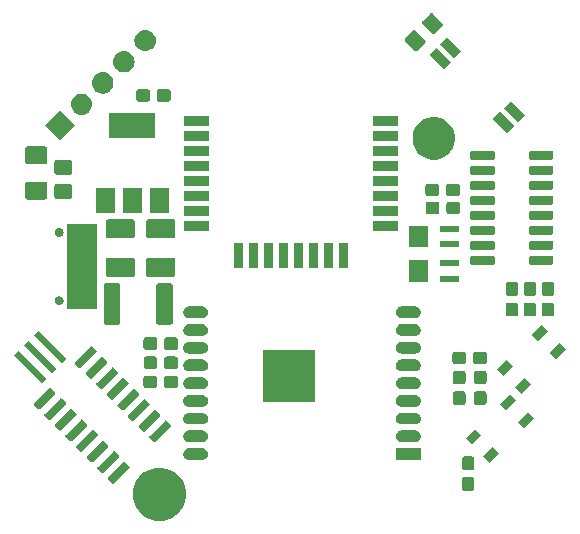
<source format=gbr>
G04 #@! TF.GenerationSoftware,KiCad,Pcbnew,(5.1.4-0-10_14)*
G04 #@! TF.CreationDate,2019-10-28T14:00:27+08:00*
G04 #@! TF.ProjectId,z2m_partner,7a326d5f-7061-4727-946e-65722e6b6963,rev?*
G04 #@! TF.SameCoordinates,Original*
G04 #@! TF.FileFunction,Soldermask,Top*
G04 #@! TF.FilePolarity,Negative*
%FSLAX46Y46*%
G04 Gerber Fmt 4.6, Leading zero omitted, Abs format (unit mm)*
G04 Created by KiCad (PCBNEW (5.1.4-0-10_14)) date 2019-10-28 14:00:27*
%MOMM*%
%LPD*%
G04 APERTURE LIST*
%ADD10C,0.100000*%
G04 APERTURE END LIST*
D10*
G36*
X173749167Y-119906644D02*
G01*
X174138592Y-119984105D01*
X174548248Y-120153790D01*
X174916928Y-120400135D01*
X175230465Y-120713672D01*
X175476810Y-121082352D01*
X175646495Y-121492008D01*
X175732999Y-121926896D01*
X175732999Y-122370304D01*
X175646495Y-122805192D01*
X175476810Y-123214848D01*
X175230465Y-123583528D01*
X174916928Y-123897065D01*
X174548248Y-124143410D01*
X174138592Y-124313095D01*
X173765590Y-124387289D01*
X173703705Y-124399599D01*
X173260295Y-124399599D01*
X173198410Y-124387289D01*
X172825408Y-124313095D01*
X172415752Y-124143410D01*
X172047072Y-123897065D01*
X171733535Y-123583528D01*
X171487190Y-123214848D01*
X171317505Y-122805192D01*
X171231001Y-122370304D01*
X171231001Y-121926896D01*
X171317505Y-121492008D01*
X171487190Y-121082352D01*
X171733535Y-120713672D01*
X172047072Y-120400135D01*
X172415752Y-120153790D01*
X172825408Y-119984105D01*
X173214833Y-119906644D01*
X173260295Y-119897601D01*
X173703705Y-119897601D01*
X173749167Y-119906644D01*
X173749167Y-119906644D01*
G37*
G36*
X199992217Y-120715727D02*
G01*
X200029713Y-120727102D01*
X200064272Y-120745574D01*
X200094565Y-120770435D01*
X200119426Y-120800728D01*
X200137898Y-120835287D01*
X200149273Y-120872783D01*
X200153718Y-120917920D01*
X200153718Y-121656644D01*
X200149273Y-121701781D01*
X200137898Y-121739277D01*
X200119426Y-121773836D01*
X200094565Y-121804129D01*
X200064272Y-121828990D01*
X200029713Y-121847462D01*
X199992217Y-121858837D01*
X199947080Y-121863282D01*
X199308356Y-121863282D01*
X199263219Y-121858837D01*
X199225723Y-121847462D01*
X199191164Y-121828990D01*
X199160871Y-121804129D01*
X199136010Y-121773836D01*
X199117538Y-121739277D01*
X199106163Y-121701781D01*
X199101718Y-121656644D01*
X199101718Y-120917920D01*
X199106163Y-120872783D01*
X199117538Y-120835287D01*
X199136010Y-120800728D01*
X199160871Y-120770435D01*
X199191164Y-120745574D01*
X199225723Y-120727102D01*
X199263219Y-120715727D01*
X199308356Y-120711282D01*
X199947080Y-120711282D01*
X199992217Y-120715727D01*
X199992217Y-120715727D01*
G37*
G36*
X170548225Y-119412063D02*
G01*
X170569306Y-119418459D01*
X170588742Y-119428847D01*
X170610539Y-119446735D01*
X170938444Y-119774640D01*
X170956332Y-119796437D01*
X170966720Y-119815873D01*
X170973116Y-119836954D01*
X170975275Y-119858882D01*
X170973116Y-119880810D01*
X170966720Y-119901891D01*
X170956332Y-119921327D01*
X170938444Y-119943124D01*
X169655945Y-121225623D01*
X169634148Y-121243511D01*
X169614712Y-121253899D01*
X169593631Y-121260295D01*
X169571703Y-121262454D01*
X169549775Y-121260295D01*
X169528694Y-121253899D01*
X169509258Y-121243511D01*
X169487461Y-121225623D01*
X169159556Y-120897718D01*
X169141668Y-120875921D01*
X169131280Y-120856485D01*
X169124884Y-120835404D01*
X169122725Y-120813476D01*
X169124884Y-120791548D01*
X169131280Y-120770467D01*
X169141668Y-120751031D01*
X169159556Y-120729234D01*
X170442055Y-119446735D01*
X170463852Y-119428847D01*
X170483288Y-119418459D01*
X170504369Y-119412063D01*
X170526297Y-119409904D01*
X170548225Y-119412063D01*
X170548225Y-119412063D01*
G37*
G36*
X169650200Y-118514037D02*
G01*
X169671281Y-118520433D01*
X169690717Y-118530821D01*
X169712514Y-118548709D01*
X170040419Y-118876614D01*
X170058307Y-118898411D01*
X170068695Y-118917847D01*
X170075091Y-118938928D01*
X170077250Y-118960856D01*
X170075091Y-118982784D01*
X170068695Y-119003865D01*
X170058307Y-119023301D01*
X170040419Y-119045098D01*
X168757920Y-120327597D01*
X168736123Y-120345485D01*
X168716687Y-120355873D01*
X168695606Y-120362269D01*
X168673678Y-120364428D01*
X168651750Y-120362269D01*
X168630669Y-120355873D01*
X168611233Y-120345485D01*
X168589436Y-120327597D01*
X168261531Y-119999692D01*
X168243643Y-119977895D01*
X168233255Y-119958459D01*
X168226859Y-119937378D01*
X168224700Y-119915450D01*
X168226859Y-119893522D01*
X168233255Y-119872441D01*
X168243643Y-119853005D01*
X168261531Y-119831208D01*
X169544030Y-118548709D01*
X169565827Y-118530821D01*
X169585263Y-118520433D01*
X169606344Y-118514037D01*
X169628272Y-118511878D01*
X169650200Y-118514037D01*
X169650200Y-118514037D01*
G37*
G36*
X199992217Y-118965727D02*
G01*
X200029713Y-118977102D01*
X200064272Y-118995574D01*
X200094565Y-119020435D01*
X200119426Y-119050728D01*
X200137898Y-119085287D01*
X200149273Y-119122783D01*
X200153718Y-119167920D01*
X200153718Y-119906644D01*
X200149273Y-119951781D01*
X200137898Y-119989277D01*
X200119426Y-120023836D01*
X200094565Y-120054129D01*
X200064272Y-120078990D01*
X200029713Y-120097462D01*
X199992217Y-120108837D01*
X199947080Y-120113282D01*
X199308356Y-120113282D01*
X199263219Y-120108837D01*
X199225723Y-120097462D01*
X199191164Y-120078990D01*
X199160871Y-120054129D01*
X199136010Y-120023836D01*
X199117538Y-119989277D01*
X199106163Y-119951781D01*
X199101718Y-119906644D01*
X199101718Y-119167920D01*
X199106163Y-119122783D01*
X199117538Y-119085287D01*
X199136010Y-119050728D01*
X199160871Y-119020435D01*
X199191164Y-118995574D01*
X199225723Y-118977102D01*
X199263219Y-118965727D01*
X199308356Y-118961282D01*
X199947080Y-118961282D01*
X199992217Y-118965727D01*
X199992217Y-118965727D01*
G37*
G36*
X202277059Y-118671965D02*
G01*
X201462472Y-119486552D01*
X200930727Y-118954807D01*
X201745314Y-118140220D01*
X202277059Y-118671965D01*
X202277059Y-118671965D01*
G37*
G36*
X168752174Y-117616012D02*
G01*
X168773255Y-117622408D01*
X168792691Y-117632796D01*
X168814488Y-117650684D01*
X169142393Y-117978589D01*
X169160281Y-118000386D01*
X169170669Y-118019822D01*
X169177065Y-118040903D01*
X169179224Y-118062831D01*
X169177065Y-118084759D01*
X169170669Y-118105840D01*
X169160281Y-118125276D01*
X169142393Y-118147073D01*
X167859894Y-119429572D01*
X167838097Y-119447460D01*
X167818661Y-119457848D01*
X167797580Y-119464244D01*
X167775652Y-119466403D01*
X167753724Y-119464244D01*
X167732643Y-119457848D01*
X167713207Y-119447460D01*
X167691410Y-119429572D01*
X167363505Y-119101667D01*
X167345617Y-119079870D01*
X167335229Y-119060434D01*
X167328833Y-119039353D01*
X167326674Y-119017425D01*
X167328833Y-118995497D01*
X167335229Y-118974416D01*
X167345617Y-118954980D01*
X167363505Y-118933183D01*
X168646004Y-117650684D01*
X168667801Y-117632796D01*
X168687237Y-117622408D01*
X168708318Y-117616012D01*
X168730246Y-117613853D01*
X168752174Y-117616012D01*
X168752174Y-117616012D01*
G37*
G36*
X195615000Y-119246000D02*
G01*
X193513000Y-119246000D01*
X193513000Y-118244000D01*
X195615000Y-118244000D01*
X195615000Y-119246000D01*
X195615000Y-119246000D01*
G37*
G36*
X177212213Y-118251249D02*
G01*
X177306652Y-118279897D01*
X177393687Y-118326418D01*
X177469975Y-118389025D01*
X177532582Y-118465313D01*
X177579103Y-118552348D01*
X177607751Y-118646787D01*
X177617424Y-118745000D01*
X177607751Y-118843213D01*
X177579103Y-118937652D01*
X177532582Y-119024687D01*
X177469975Y-119100975D01*
X177393687Y-119163582D01*
X177306652Y-119210103D01*
X177212213Y-119238751D01*
X177138612Y-119246000D01*
X175989388Y-119246000D01*
X175915787Y-119238751D01*
X175821348Y-119210103D01*
X175734313Y-119163582D01*
X175658025Y-119100975D01*
X175595418Y-119024687D01*
X175548897Y-118937652D01*
X175520249Y-118843213D01*
X175510576Y-118745000D01*
X175520249Y-118646787D01*
X175548897Y-118552348D01*
X175595418Y-118465313D01*
X175658025Y-118389025D01*
X175734313Y-118326418D01*
X175821348Y-118279897D01*
X175915787Y-118251249D01*
X175989388Y-118244000D01*
X177138612Y-118244000D01*
X177212213Y-118251249D01*
X177212213Y-118251249D01*
G37*
G36*
X167854149Y-116717986D02*
G01*
X167875230Y-116724382D01*
X167894666Y-116734770D01*
X167916463Y-116752658D01*
X168244368Y-117080563D01*
X168262256Y-117102360D01*
X168272644Y-117121796D01*
X168279040Y-117142877D01*
X168281199Y-117164805D01*
X168279040Y-117186733D01*
X168272644Y-117207814D01*
X168262256Y-117227250D01*
X168244368Y-117249047D01*
X166961869Y-118531546D01*
X166940072Y-118549434D01*
X166920636Y-118559822D01*
X166899555Y-118566218D01*
X166877627Y-118568377D01*
X166855699Y-118566218D01*
X166834618Y-118559822D01*
X166815182Y-118549434D01*
X166793385Y-118531546D01*
X166465480Y-118203641D01*
X166447592Y-118181844D01*
X166437204Y-118162408D01*
X166430808Y-118141327D01*
X166428649Y-118119399D01*
X166430808Y-118097471D01*
X166437204Y-118076390D01*
X166447592Y-118056954D01*
X166465480Y-118035157D01*
X167747979Y-116752658D01*
X167769776Y-116734770D01*
X167789212Y-116724382D01*
X167810293Y-116717986D01*
X167832221Y-116715827D01*
X167854149Y-116717986D01*
X167854149Y-116717986D01*
G37*
G36*
X200756780Y-117151686D02*
G01*
X199942193Y-117966273D01*
X199410448Y-117434528D01*
X200225035Y-116619941D01*
X200756780Y-117151686D01*
X200756780Y-117151686D01*
G37*
G36*
X174048404Y-115911884D02*
G01*
X174069485Y-115918280D01*
X174088921Y-115928668D01*
X174110718Y-115946556D01*
X174438623Y-116274461D01*
X174456511Y-116296258D01*
X174466899Y-116315694D01*
X174473295Y-116336775D01*
X174475454Y-116358703D01*
X174473295Y-116380631D01*
X174466899Y-116401712D01*
X174456511Y-116421148D01*
X174438623Y-116442945D01*
X173156124Y-117725444D01*
X173134327Y-117743332D01*
X173114891Y-117753720D01*
X173093810Y-117760116D01*
X173071882Y-117762275D01*
X173049954Y-117760116D01*
X173028873Y-117753720D01*
X173009437Y-117743332D01*
X172987640Y-117725444D01*
X172659735Y-117397539D01*
X172641847Y-117375742D01*
X172631459Y-117356306D01*
X172625063Y-117335225D01*
X172622904Y-117313297D01*
X172625063Y-117291369D01*
X172631459Y-117270288D01*
X172641847Y-117250852D01*
X172659735Y-117229055D01*
X173942234Y-115946556D01*
X173964031Y-115928668D01*
X173983467Y-115918280D01*
X174004548Y-115911884D01*
X174026476Y-115909725D01*
X174048404Y-115911884D01*
X174048404Y-115911884D01*
G37*
G36*
X195212213Y-116751249D02*
G01*
X195306652Y-116779897D01*
X195393687Y-116826418D01*
X195469975Y-116889025D01*
X195532582Y-116965313D01*
X195579103Y-117052348D01*
X195607751Y-117146787D01*
X195617424Y-117245000D01*
X195607751Y-117343213D01*
X195579103Y-117437652D01*
X195532582Y-117524687D01*
X195469975Y-117600975D01*
X195393687Y-117663582D01*
X195306652Y-117710103D01*
X195212213Y-117738751D01*
X195138612Y-117746000D01*
X193989388Y-117746000D01*
X193915787Y-117738751D01*
X193821348Y-117710103D01*
X193734313Y-117663582D01*
X193658025Y-117600975D01*
X193595418Y-117524687D01*
X193548897Y-117437652D01*
X193520249Y-117343213D01*
X193510576Y-117245000D01*
X193520249Y-117146787D01*
X193548897Y-117052348D01*
X193595418Y-116965313D01*
X193658025Y-116889025D01*
X193734313Y-116826418D01*
X193821348Y-116779897D01*
X193915787Y-116751249D01*
X193989388Y-116744000D01*
X195138612Y-116744000D01*
X195212213Y-116751249D01*
X195212213Y-116751249D01*
G37*
G36*
X177212213Y-116751249D02*
G01*
X177306652Y-116779897D01*
X177393687Y-116826418D01*
X177469975Y-116889025D01*
X177532582Y-116965313D01*
X177579103Y-117052348D01*
X177607751Y-117146787D01*
X177617424Y-117245000D01*
X177607751Y-117343213D01*
X177579103Y-117437652D01*
X177532582Y-117524687D01*
X177469975Y-117600975D01*
X177393687Y-117663582D01*
X177306652Y-117710103D01*
X177212213Y-117738751D01*
X177138612Y-117746000D01*
X175989388Y-117746000D01*
X175915787Y-117738751D01*
X175821348Y-117710103D01*
X175734313Y-117663582D01*
X175658025Y-117600975D01*
X175595418Y-117524687D01*
X175548897Y-117437652D01*
X175520249Y-117343213D01*
X175510576Y-117245000D01*
X175520249Y-117146787D01*
X175548897Y-117052348D01*
X175595418Y-116965313D01*
X175658025Y-116889025D01*
X175734313Y-116826418D01*
X175821348Y-116779897D01*
X175915787Y-116751249D01*
X175989388Y-116744000D01*
X177138612Y-116744000D01*
X177212213Y-116751249D01*
X177212213Y-116751249D01*
G37*
G36*
X166956123Y-115819960D02*
G01*
X166977204Y-115826356D01*
X166996640Y-115836744D01*
X167018437Y-115854632D01*
X167346342Y-116182537D01*
X167364230Y-116204334D01*
X167374618Y-116223770D01*
X167381014Y-116244851D01*
X167383173Y-116266779D01*
X167381014Y-116288707D01*
X167374618Y-116309788D01*
X167364230Y-116329224D01*
X167346342Y-116351021D01*
X166063843Y-117633520D01*
X166042046Y-117651408D01*
X166022610Y-117661796D01*
X166001529Y-117668192D01*
X165979601Y-117670351D01*
X165957673Y-117668192D01*
X165936592Y-117661796D01*
X165917156Y-117651408D01*
X165895359Y-117633520D01*
X165567454Y-117305615D01*
X165549566Y-117283818D01*
X165539178Y-117264382D01*
X165532782Y-117243301D01*
X165530623Y-117221373D01*
X165532782Y-117199445D01*
X165539178Y-117178364D01*
X165549566Y-117158928D01*
X165567454Y-117137131D01*
X166849953Y-115854632D01*
X166871750Y-115836744D01*
X166891186Y-115826356D01*
X166912267Y-115819960D01*
X166934195Y-115817801D01*
X166956123Y-115819960D01*
X166956123Y-115819960D01*
G37*
G36*
X173150378Y-115013859D02*
G01*
X173171459Y-115020255D01*
X173190895Y-115030643D01*
X173212692Y-115048531D01*
X173540597Y-115376436D01*
X173558485Y-115398233D01*
X173568873Y-115417669D01*
X173575269Y-115438750D01*
X173577428Y-115460678D01*
X173575269Y-115482606D01*
X173568873Y-115503687D01*
X173558485Y-115523123D01*
X173540597Y-115544920D01*
X172258098Y-116827419D01*
X172236301Y-116845307D01*
X172216865Y-116855695D01*
X172195784Y-116862091D01*
X172173856Y-116864250D01*
X172151928Y-116862091D01*
X172130847Y-116855695D01*
X172111411Y-116845307D01*
X172089614Y-116827419D01*
X171761709Y-116499514D01*
X171743821Y-116477717D01*
X171733433Y-116458281D01*
X171727037Y-116437200D01*
X171724878Y-116415272D01*
X171727037Y-116393344D01*
X171733433Y-116372263D01*
X171743821Y-116352827D01*
X171761709Y-116331030D01*
X173044208Y-115048531D01*
X173066005Y-115030643D01*
X173085441Y-115020255D01*
X173106522Y-115013859D01*
X173128450Y-115011700D01*
X173150378Y-115013859D01*
X173150378Y-115013859D01*
G37*
G36*
X166058097Y-114921935D02*
G01*
X166079178Y-114928331D01*
X166098614Y-114938719D01*
X166120411Y-114956607D01*
X166448316Y-115284512D01*
X166466204Y-115306309D01*
X166476592Y-115325745D01*
X166482988Y-115346826D01*
X166485147Y-115368754D01*
X166482988Y-115390682D01*
X166476592Y-115411763D01*
X166466204Y-115431199D01*
X166448316Y-115452996D01*
X165165817Y-116735495D01*
X165144020Y-116753383D01*
X165124584Y-116763771D01*
X165103503Y-116770167D01*
X165081575Y-116772326D01*
X165059647Y-116770167D01*
X165038566Y-116763771D01*
X165019130Y-116753383D01*
X164997333Y-116735495D01*
X164669428Y-116407590D01*
X164651540Y-116385793D01*
X164641152Y-116366357D01*
X164634756Y-116345276D01*
X164632597Y-116323348D01*
X164634756Y-116301420D01*
X164641152Y-116280339D01*
X164651540Y-116260903D01*
X164669428Y-116239106D01*
X165951927Y-114956607D01*
X165973724Y-114938719D01*
X165993160Y-114928331D01*
X166014241Y-114921935D01*
X166036169Y-114919776D01*
X166058097Y-114921935D01*
X166058097Y-114921935D01*
G37*
G36*
X205211552Y-115737472D02*
G01*
X204396965Y-116552059D01*
X203865220Y-116020314D01*
X204679807Y-115205727D01*
X205211552Y-115737472D01*
X205211552Y-115737472D01*
G37*
G36*
X177212213Y-115251249D02*
G01*
X177306652Y-115279897D01*
X177393687Y-115326418D01*
X177469975Y-115389025D01*
X177532582Y-115465313D01*
X177579103Y-115552348D01*
X177607751Y-115646787D01*
X177617424Y-115745000D01*
X177607751Y-115843213D01*
X177579103Y-115937652D01*
X177532582Y-116024687D01*
X177469975Y-116100975D01*
X177393687Y-116163582D01*
X177306652Y-116210103D01*
X177212213Y-116238751D01*
X177138612Y-116246000D01*
X175989388Y-116246000D01*
X175915787Y-116238751D01*
X175821348Y-116210103D01*
X175734313Y-116163582D01*
X175658025Y-116100975D01*
X175595418Y-116024687D01*
X175548897Y-115937652D01*
X175520249Y-115843213D01*
X175510576Y-115745000D01*
X175520249Y-115646787D01*
X175548897Y-115552348D01*
X175595418Y-115465313D01*
X175658025Y-115389025D01*
X175734313Y-115326418D01*
X175821348Y-115279897D01*
X175915787Y-115251249D01*
X175989388Y-115244000D01*
X177138612Y-115244000D01*
X177212213Y-115251249D01*
X177212213Y-115251249D01*
G37*
G36*
X195212213Y-115251249D02*
G01*
X195306652Y-115279897D01*
X195393687Y-115326418D01*
X195469975Y-115389025D01*
X195532582Y-115465313D01*
X195579103Y-115552348D01*
X195607751Y-115646787D01*
X195617424Y-115745000D01*
X195607751Y-115843213D01*
X195579103Y-115937652D01*
X195532582Y-116024687D01*
X195469975Y-116100975D01*
X195393687Y-116163582D01*
X195306652Y-116210103D01*
X195212213Y-116238751D01*
X195138612Y-116246000D01*
X193989388Y-116246000D01*
X193915787Y-116238751D01*
X193821348Y-116210103D01*
X193734313Y-116163582D01*
X193658025Y-116100975D01*
X193595418Y-116024687D01*
X193548897Y-115937652D01*
X193520249Y-115843213D01*
X193510576Y-115745000D01*
X193520249Y-115646787D01*
X193548897Y-115552348D01*
X193595418Y-115465313D01*
X193658025Y-115389025D01*
X193734313Y-115326418D01*
X193821348Y-115279897D01*
X193915787Y-115251249D01*
X193989388Y-115244000D01*
X195138612Y-115244000D01*
X195212213Y-115251249D01*
X195212213Y-115251249D01*
G37*
G36*
X172252353Y-114115833D02*
G01*
X172273434Y-114122229D01*
X172292870Y-114132617D01*
X172314667Y-114150505D01*
X172642572Y-114478410D01*
X172660460Y-114500207D01*
X172670848Y-114519643D01*
X172677244Y-114540724D01*
X172679403Y-114562652D01*
X172677244Y-114584580D01*
X172670848Y-114605661D01*
X172660460Y-114625097D01*
X172642572Y-114646894D01*
X171360073Y-115929393D01*
X171338276Y-115947281D01*
X171318840Y-115957669D01*
X171297759Y-115964065D01*
X171275831Y-115966224D01*
X171253903Y-115964065D01*
X171232822Y-115957669D01*
X171213386Y-115947281D01*
X171191589Y-115929393D01*
X170863684Y-115601488D01*
X170845796Y-115579691D01*
X170835408Y-115560255D01*
X170829012Y-115539174D01*
X170826853Y-115517246D01*
X170829012Y-115495318D01*
X170835408Y-115474237D01*
X170845796Y-115454801D01*
X170863684Y-115433004D01*
X172146183Y-114150505D01*
X172167980Y-114132617D01*
X172187416Y-114122229D01*
X172208497Y-114115833D01*
X172230425Y-114113674D01*
X172252353Y-114115833D01*
X172252353Y-114115833D01*
G37*
G36*
X165160072Y-114023909D02*
G01*
X165181153Y-114030305D01*
X165200589Y-114040693D01*
X165222386Y-114058581D01*
X165550291Y-114386486D01*
X165568179Y-114408283D01*
X165578567Y-114427719D01*
X165584963Y-114448800D01*
X165587122Y-114470728D01*
X165584963Y-114492656D01*
X165578567Y-114513737D01*
X165568179Y-114533173D01*
X165550291Y-114554970D01*
X164267792Y-115837469D01*
X164245995Y-115855357D01*
X164226559Y-115865745D01*
X164205478Y-115872141D01*
X164183550Y-115874300D01*
X164161622Y-115872141D01*
X164140541Y-115865745D01*
X164121105Y-115855357D01*
X164099308Y-115837469D01*
X163771403Y-115509564D01*
X163753515Y-115487767D01*
X163743127Y-115468331D01*
X163736731Y-115447250D01*
X163734572Y-115425322D01*
X163736731Y-115403394D01*
X163743127Y-115382313D01*
X163753515Y-115362877D01*
X163771403Y-115341080D01*
X165053902Y-114058581D01*
X165075699Y-114040693D01*
X165095135Y-114030305D01*
X165116216Y-114023909D01*
X165138144Y-114021750D01*
X165160072Y-114023909D01*
X165160072Y-114023909D01*
G37*
G36*
X171354327Y-113217808D02*
G01*
X171375408Y-113224204D01*
X171394844Y-113234592D01*
X171416641Y-113252480D01*
X171744546Y-113580385D01*
X171762434Y-113602182D01*
X171772822Y-113621618D01*
X171779218Y-113642699D01*
X171781377Y-113664627D01*
X171779218Y-113686555D01*
X171772822Y-113707636D01*
X171762434Y-113727072D01*
X171744546Y-113748869D01*
X170462047Y-115031368D01*
X170440250Y-115049256D01*
X170420814Y-115059644D01*
X170399733Y-115066040D01*
X170377805Y-115068199D01*
X170355877Y-115066040D01*
X170334796Y-115059644D01*
X170315360Y-115049256D01*
X170293563Y-115031368D01*
X169965658Y-114703463D01*
X169947770Y-114681666D01*
X169937382Y-114662230D01*
X169930986Y-114641149D01*
X169928827Y-114619221D01*
X169930986Y-114597293D01*
X169937382Y-114576212D01*
X169947770Y-114556776D01*
X169965658Y-114534979D01*
X171248157Y-113252480D01*
X171269954Y-113234592D01*
X171289390Y-113224204D01*
X171310471Y-113217808D01*
X171332399Y-113215649D01*
X171354327Y-113217808D01*
X171354327Y-113217808D01*
G37*
G36*
X203691273Y-114217193D02*
G01*
X202876686Y-115031780D01*
X202344941Y-114500035D01*
X203159528Y-113685448D01*
X203691273Y-114217193D01*
X203691273Y-114217193D01*
G37*
G36*
X164262046Y-113125884D02*
G01*
X164283127Y-113132280D01*
X164302563Y-113142668D01*
X164324360Y-113160556D01*
X164652265Y-113488461D01*
X164670153Y-113510258D01*
X164680541Y-113529694D01*
X164686937Y-113550775D01*
X164689096Y-113572703D01*
X164686937Y-113594631D01*
X164680541Y-113615712D01*
X164670153Y-113635148D01*
X164652265Y-113656945D01*
X163369766Y-114939444D01*
X163347969Y-114957332D01*
X163328533Y-114967720D01*
X163307452Y-114974116D01*
X163285524Y-114976275D01*
X163263596Y-114974116D01*
X163242515Y-114967720D01*
X163223079Y-114957332D01*
X163201282Y-114939444D01*
X162873377Y-114611539D01*
X162855489Y-114589742D01*
X162845101Y-114570306D01*
X162838705Y-114549225D01*
X162836546Y-114527297D01*
X162838705Y-114505369D01*
X162845101Y-114484288D01*
X162855489Y-114464852D01*
X162873377Y-114443055D01*
X164155876Y-113160556D01*
X164177673Y-113142668D01*
X164197109Y-113132280D01*
X164218190Y-113125884D01*
X164240118Y-113123725D01*
X164262046Y-113125884D01*
X164262046Y-113125884D01*
G37*
G36*
X177212213Y-113751249D02*
G01*
X177306652Y-113779897D01*
X177393687Y-113826418D01*
X177469975Y-113889025D01*
X177532582Y-113965313D01*
X177579103Y-114052348D01*
X177607751Y-114146787D01*
X177617424Y-114245000D01*
X177607751Y-114343213D01*
X177579103Y-114437652D01*
X177532582Y-114524687D01*
X177469975Y-114600975D01*
X177393687Y-114663582D01*
X177306652Y-114710103D01*
X177212213Y-114738751D01*
X177138612Y-114746000D01*
X175989388Y-114746000D01*
X175915787Y-114738751D01*
X175821348Y-114710103D01*
X175734313Y-114663582D01*
X175658025Y-114600975D01*
X175595418Y-114524687D01*
X175548897Y-114437652D01*
X175520249Y-114343213D01*
X175510576Y-114245000D01*
X175520249Y-114146787D01*
X175548897Y-114052348D01*
X175595418Y-113965313D01*
X175658025Y-113889025D01*
X175734313Y-113826418D01*
X175821348Y-113779897D01*
X175915787Y-113751249D01*
X175989388Y-113744000D01*
X177138612Y-113744000D01*
X177212213Y-113751249D01*
X177212213Y-113751249D01*
G37*
G36*
X195212213Y-113751249D02*
G01*
X195306652Y-113779897D01*
X195393687Y-113826418D01*
X195469975Y-113889025D01*
X195532582Y-113965313D01*
X195579103Y-114052348D01*
X195607751Y-114146787D01*
X195617424Y-114245000D01*
X195607751Y-114343213D01*
X195579103Y-114437652D01*
X195532582Y-114524687D01*
X195469975Y-114600975D01*
X195393687Y-114663582D01*
X195306652Y-114710103D01*
X195212213Y-114738751D01*
X195138612Y-114746000D01*
X193989388Y-114746000D01*
X193915787Y-114738751D01*
X193821348Y-114710103D01*
X193734313Y-114663582D01*
X193658025Y-114600975D01*
X193595418Y-114524687D01*
X193548897Y-114437652D01*
X193520249Y-114343213D01*
X193510576Y-114245000D01*
X193520249Y-114146787D01*
X193548897Y-114052348D01*
X193595418Y-113965313D01*
X193658025Y-113889025D01*
X193734313Y-113826418D01*
X193821348Y-113779897D01*
X193915787Y-113751249D01*
X193989388Y-113744000D01*
X195138612Y-113744000D01*
X195212213Y-113751249D01*
X195212213Y-113751249D01*
G37*
G36*
X199246499Y-113460445D02*
G01*
X199283995Y-113471820D01*
X199318554Y-113490292D01*
X199348847Y-113515153D01*
X199373708Y-113545446D01*
X199392180Y-113580005D01*
X199403555Y-113617501D01*
X199408000Y-113662638D01*
X199408000Y-114401362D01*
X199403555Y-114446499D01*
X199392180Y-114483995D01*
X199373708Y-114518554D01*
X199348847Y-114548847D01*
X199318554Y-114573708D01*
X199283995Y-114592180D01*
X199246499Y-114603555D01*
X199201362Y-114608000D01*
X198562638Y-114608000D01*
X198517501Y-114603555D01*
X198480005Y-114592180D01*
X198445446Y-114573708D01*
X198415153Y-114548847D01*
X198390292Y-114518554D01*
X198371820Y-114483995D01*
X198360445Y-114446499D01*
X198356000Y-114401362D01*
X198356000Y-113662638D01*
X198360445Y-113617501D01*
X198371820Y-113580005D01*
X198390292Y-113545446D01*
X198415153Y-113515153D01*
X198445446Y-113490292D01*
X198480005Y-113471820D01*
X198517501Y-113460445D01*
X198562638Y-113456000D01*
X199201362Y-113456000D01*
X199246499Y-113460445D01*
X199246499Y-113460445D01*
G37*
G36*
X201024499Y-113446445D02*
G01*
X201061995Y-113457820D01*
X201096554Y-113476292D01*
X201126847Y-113501153D01*
X201151708Y-113531446D01*
X201170180Y-113566005D01*
X201181555Y-113603501D01*
X201186000Y-113648638D01*
X201186000Y-114387362D01*
X201181555Y-114432499D01*
X201170180Y-114469995D01*
X201151708Y-114504554D01*
X201126847Y-114534847D01*
X201096554Y-114559708D01*
X201061995Y-114578180D01*
X201024499Y-114589555D01*
X200979362Y-114594000D01*
X200340638Y-114594000D01*
X200295501Y-114589555D01*
X200258005Y-114578180D01*
X200223446Y-114559708D01*
X200193153Y-114534847D01*
X200168292Y-114504554D01*
X200149820Y-114469995D01*
X200138445Y-114432499D01*
X200134000Y-114387362D01*
X200134000Y-113648638D01*
X200138445Y-113603501D01*
X200149820Y-113566005D01*
X200168292Y-113531446D01*
X200193153Y-113501153D01*
X200223446Y-113476292D01*
X200258005Y-113457820D01*
X200295501Y-113446445D01*
X200340638Y-113442000D01*
X200979362Y-113442000D01*
X201024499Y-113446445D01*
X201024499Y-113446445D01*
G37*
G36*
X186644999Y-114365999D02*
G01*
X182243001Y-114365999D01*
X182243001Y-109964001D01*
X186644999Y-109964001D01*
X186644999Y-114365999D01*
X186644999Y-114365999D01*
G37*
G36*
X170456301Y-112319782D02*
G01*
X170477382Y-112326178D01*
X170496818Y-112336566D01*
X170518615Y-112354454D01*
X170846520Y-112682359D01*
X170864408Y-112704156D01*
X170874796Y-112723592D01*
X170881192Y-112744673D01*
X170883351Y-112766601D01*
X170881192Y-112788529D01*
X170874796Y-112809610D01*
X170864408Y-112829046D01*
X170846520Y-112850843D01*
X169564021Y-114133342D01*
X169542224Y-114151230D01*
X169522788Y-114161618D01*
X169501707Y-114168014D01*
X169479779Y-114170173D01*
X169457851Y-114168014D01*
X169436770Y-114161618D01*
X169417334Y-114151230D01*
X169395537Y-114133342D01*
X169067632Y-113805437D01*
X169049744Y-113783640D01*
X169039356Y-113764204D01*
X169032960Y-113743123D01*
X169030801Y-113721195D01*
X169032960Y-113699267D01*
X169039356Y-113678186D01*
X169049744Y-113658750D01*
X169067632Y-113636953D01*
X170350131Y-112354454D01*
X170371928Y-112336566D01*
X170391364Y-112326178D01*
X170412445Y-112319782D01*
X170434373Y-112317623D01*
X170456301Y-112319782D01*
X170456301Y-112319782D01*
G37*
G36*
X204944059Y-112829965D02*
G01*
X204129472Y-113644552D01*
X203597727Y-113112807D01*
X204412314Y-112298220D01*
X204944059Y-112829965D01*
X204944059Y-112829965D01*
G37*
G36*
X169558276Y-111421756D02*
G01*
X169579357Y-111428152D01*
X169598793Y-111438540D01*
X169620590Y-111456428D01*
X169948495Y-111784333D01*
X169966383Y-111806130D01*
X169976771Y-111825566D01*
X169983167Y-111846647D01*
X169985326Y-111868575D01*
X169983167Y-111890503D01*
X169976771Y-111911584D01*
X169966383Y-111931020D01*
X169948495Y-111952817D01*
X168665996Y-113235316D01*
X168644199Y-113253204D01*
X168624763Y-113263592D01*
X168603682Y-113269988D01*
X168581754Y-113272147D01*
X168559826Y-113269988D01*
X168538745Y-113263592D01*
X168519309Y-113253204D01*
X168497512Y-113235316D01*
X168169607Y-112907411D01*
X168151719Y-112885614D01*
X168141331Y-112866178D01*
X168134935Y-112845097D01*
X168132776Y-112823169D01*
X168134935Y-112801241D01*
X168141331Y-112780160D01*
X168151719Y-112760724D01*
X168169607Y-112738927D01*
X169452106Y-111456428D01*
X169473903Y-111438540D01*
X169493339Y-111428152D01*
X169514420Y-111421756D01*
X169536348Y-111419597D01*
X169558276Y-111421756D01*
X169558276Y-111421756D01*
G37*
G36*
X195212213Y-112251249D02*
G01*
X195306652Y-112279897D01*
X195393687Y-112326418D01*
X195469975Y-112389025D01*
X195532582Y-112465313D01*
X195579103Y-112552348D01*
X195607751Y-112646787D01*
X195617424Y-112745000D01*
X195607751Y-112843213D01*
X195579103Y-112937652D01*
X195532582Y-113024687D01*
X195469975Y-113100975D01*
X195393687Y-113163582D01*
X195306652Y-113210103D01*
X195212213Y-113238751D01*
X195138612Y-113246000D01*
X193989388Y-113246000D01*
X193915787Y-113238751D01*
X193821348Y-113210103D01*
X193734313Y-113163582D01*
X193658025Y-113100975D01*
X193595418Y-113024687D01*
X193548897Y-112937652D01*
X193520249Y-112843213D01*
X193510576Y-112745000D01*
X193520249Y-112646787D01*
X193548897Y-112552348D01*
X193595418Y-112465313D01*
X193658025Y-112389025D01*
X193734313Y-112326418D01*
X193821348Y-112279897D01*
X193915787Y-112251249D01*
X193989388Y-112244000D01*
X195138612Y-112244000D01*
X195212213Y-112251249D01*
X195212213Y-112251249D01*
G37*
G36*
X177212213Y-112251249D02*
G01*
X177306652Y-112279897D01*
X177393687Y-112326418D01*
X177469975Y-112389025D01*
X177532582Y-112465313D01*
X177579103Y-112552348D01*
X177607751Y-112646787D01*
X177617424Y-112745000D01*
X177607751Y-112843213D01*
X177579103Y-112937652D01*
X177532582Y-113024687D01*
X177469975Y-113100975D01*
X177393687Y-113163582D01*
X177306652Y-113210103D01*
X177212213Y-113238751D01*
X177138612Y-113246000D01*
X175989388Y-113246000D01*
X175915787Y-113238751D01*
X175821348Y-113210103D01*
X175734313Y-113163582D01*
X175658025Y-113100975D01*
X175595418Y-113024687D01*
X175548897Y-112937652D01*
X175520249Y-112843213D01*
X175510576Y-112745000D01*
X175520249Y-112646787D01*
X175548897Y-112552348D01*
X175595418Y-112465313D01*
X175658025Y-112389025D01*
X175734313Y-112326418D01*
X175821348Y-112279897D01*
X175915787Y-112251249D01*
X175989388Y-112244000D01*
X177138612Y-112244000D01*
X177212213Y-112251249D01*
X177212213Y-112251249D01*
G37*
G36*
X174884499Y-112127445D02*
G01*
X174921995Y-112138820D01*
X174956554Y-112157292D01*
X174986847Y-112182153D01*
X175011708Y-112212446D01*
X175030180Y-112247005D01*
X175041555Y-112284501D01*
X175046000Y-112329638D01*
X175046000Y-112968362D01*
X175041555Y-113013499D01*
X175030180Y-113050995D01*
X175011708Y-113085554D01*
X174986847Y-113115847D01*
X174956554Y-113140708D01*
X174921995Y-113159180D01*
X174884499Y-113170555D01*
X174839362Y-113175000D01*
X174100638Y-113175000D01*
X174055501Y-113170555D01*
X174018005Y-113159180D01*
X173983446Y-113140708D01*
X173953153Y-113115847D01*
X173928292Y-113085554D01*
X173909820Y-113050995D01*
X173898445Y-113013499D01*
X173894000Y-112968362D01*
X173894000Y-112329638D01*
X173898445Y-112284501D01*
X173909820Y-112247005D01*
X173928292Y-112212446D01*
X173953153Y-112182153D01*
X173983446Y-112157292D01*
X174018005Y-112138820D01*
X174055501Y-112127445D01*
X174100638Y-112123000D01*
X174839362Y-112123000D01*
X174884499Y-112127445D01*
X174884499Y-112127445D01*
G37*
G36*
X173134499Y-112127445D02*
G01*
X173171995Y-112138820D01*
X173206554Y-112157292D01*
X173236847Y-112182153D01*
X173261708Y-112212446D01*
X173280180Y-112247005D01*
X173291555Y-112284501D01*
X173296000Y-112329638D01*
X173296000Y-112968362D01*
X173291555Y-113013499D01*
X173280180Y-113050995D01*
X173261708Y-113085554D01*
X173236847Y-113115847D01*
X173206554Y-113140708D01*
X173171995Y-113159180D01*
X173134499Y-113170555D01*
X173089362Y-113175000D01*
X172350638Y-113175000D01*
X172305501Y-113170555D01*
X172268005Y-113159180D01*
X172233446Y-113140708D01*
X172203153Y-113115847D01*
X172178292Y-113085554D01*
X172159820Y-113050995D01*
X172148445Y-113013499D01*
X172144000Y-112968362D01*
X172144000Y-112329638D01*
X172148445Y-112284501D01*
X172159820Y-112247005D01*
X172178292Y-112212446D01*
X172203153Y-112182153D01*
X172233446Y-112157292D01*
X172268005Y-112138820D01*
X172305501Y-112127445D01*
X172350638Y-112123000D01*
X173089362Y-112123000D01*
X173134499Y-112127445D01*
X173134499Y-112127445D01*
G37*
G36*
X199246499Y-111710445D02*
G01*
X199283995Y-111721820D01*
X199318554Y-111740292D01*
X199348847Y-111765153D01*
X199373708Y-111795446D01*
X199392180Y-111830005D01*
X199403555Y-111867501D01*
X199408000Y-111912638D01*
X199408000Y-112651362D01*
X199403555Y-112696499D01*
X199392180Y-112733995D01*
X199373708Y-112768554D01*
X199348847Y-112798847D01*
X199318554Y-112823708D01*
X199283995Y-112842180D01*
X199246499Y-112853555D01*
X199201362Y-112858000D01*
X198562638Y-112858000D01*
X198517501Y-112853555D01*
X198480005Y-112842180D01*
X198445446Y-112823708D01*
X198415153Y-112798847D01*
X198390292Y-112768554D01*
X198371820Y-112733995D01*
X198360445Y-112696499D01*
X198356000Y-112651362D01*
X198356000Y-111912638D01*
X198360445Y-111867501D01*
X198371820Y-111830005D01*
X198390292Y-111795446D01*
X198415153Y-111765153D01*
X198445446Y-111740292D01*
X198480005Y-111721820D01*
X198517501Y-111710445D01*
X198562638Y-111706000D01*
X199201362Y-111706000D01*
X199246499Y-111710445D01*
X199246499Y-111710445D01*
G37*
G36*
X201024499Y-111696445D02*
G01*
X201061995Y-111707820D01*
X201096554Y-111726292D01*
X201126847Y-111751153D01*
X201151708Y-111781446D01*
X201170180Y-111816005D01*
X201181555Y-111853501D01*
X201186000Y-111898638D01*
X201186000Y-112637362D01*
X201181555Y-112682499D01*
X201170180Y-112719995D01*
X201151708Y-112754554D01*
X201126847Y-112784847D01*
X201096554Y-112809708D01*
X201061995Y-112828180D01*
X201024499Y-112839555D01*
X200979362Y-112844000D01*
X200340638Y-112844000D01*
X200295501Y-112839555D01*
X200258005Y-112828180D01*
X200223446Y-112809708D01*
X200193153Y-112784847D01*
X200168292Y-112754554D01*
X200149820Y-112719995D01*
X200138445Y-112682499D01*
X200134000Y-112637362D01*
X200134000Y-111898638D01*
X200138445Y-111853501D01*
X200149820Y-111816005D01*
X200168292Y-111781446D01*
X200193153Y-111751153D01*
X200223446Y-111726292D01*
X200258005Y-111707820D01*
X200295501Y-111696445D01*
X200340638Y-111692000D01*
X200979362Y-111692000D01*
X201024499Y-111696445D01*
X201024499Y-111696445D01*
G37*
G36*
X163904917Y-112368949D02*
G01*
X163549949Y-112723917D01*
X161215083Y-110389051D01*
X161570051Y-110034083D01*
X163904917Y-112368949D01*
X163904917Y-112368949D01*
G37*
G36*
X168660250Y-110523731D02*
G01*
X168681331Y-110530127D01*
X168700767Y-110540515D01*
X168722564Y-110558403D01*
X169050469Y-110886308D01*
X169068357Y-110908105D01*
X169078745Y-110927541D01*
X169085141Y-110948622D01*
X169087300Y-110970550D01*
X169085141Y-110992478D01*
X169078745Y-111013559D01*
X169068357Y-111032995D01*
X169050469Y-111054792D01*
X167767970Y-112337291D01*
X167746173Y-112355179D01*
X167726737Y-112365567D01*
X167705656Y-112371963D01*
X167683728Y-112374122D01*
X167661800Y-112371963D01*
X167640719Y-112365567D01*
X167621283Y-112355179D01*
X167599486Y-112337291D01*
X167271581Y-112009386D01*
X167253693Y-111987589D01*
X167243305Y-111968153D01*
X167236909Y-111947072D01*
X167234750Y-111925144D01*
X167236909Y-111903216D01*
X167243305Y-111882135D01*
X167253693Y-111862699D01*
X167271581Y-111840902D01*
X168554080Y-110558403D01*
X168575877Y-110540515D01*
X168595313Y-110530127D01*
X168616394Y-110523731D01*
X168638322Y-110521572D01*
X168660250Y-110523731D01*
X168660250Y-110523731D01*
G37*
G36*
X203423780Y-111309686D02*
G01*
X202609193Y-112124273D01*
X202077448Y-111592528D01*
X202892035Y-110777941D01*
X203423780Y-111309686D01*
X203423780Y-111309686D01*
G37*
G36*
X164753445Y-111520421D02*
G01*
X164398477Y-111875389D01*
X162063611Y-109540523D01*
X162418579Y-109185555D01*
X164753445Y-111520421D01*
X164753445Y-111520421D01*
G37*
G36*
X177212213Y-110751249D02*
G01*
X177306652Y-110779897D01*
X177393687Y-110826418D01*
X177469975Y-110889025D01*
X177532582Y-110965313D01*
X177579103Y-111052348D01*
X177607751Y-111146787D01*
X177617424Y-111245000D01*
X177607751Y-111343213D01*
X177579103Y-111437652D01*
X177532582Y-111524687D01*
X177469975Y-111600975D01*
X177393687Y-111663582D01*
X177306652Y-111710103D01*
X177212213Y-111738751D01*
X177138612Y-111746000D01*
X175989388Y-111746000D01*
X175915787Y-111738751D01*
X175821348Y-111710103D01*
X175734313Y-111663582D01*
X175658025Y-111600975D01*
X175595418Y-111524687D01*
X175548897Y-111437652D01*
X175520249Y-111343213D01*
X175510576Y-111245000D01*
X175520249Y-111146787D01*
X175548897Y-111052348D01*
X175595418Y-110965313D01*
X175658025Y-110889025D01*
X175734313Y-110826418D01*
X175821348Y-110779897D01*
X175915787Y-110751249D01*
X175989388Y-110744000D01*
X177138612Y-110744000D01*
X177212213Y-110751249D01*
X177212213Y-110751249D01*
G37*
G36*
X195212213Y-110751249D02*
G01*
X195306652Y-110779897D01*
X195393687Y-110826418D01*
X195469975Y-110889025D01*
X195532582Y-110965313D01*
X195579103Y-111052348D01*
X195607751Y-111146787D01*
X195617424Y-111245000D01*
X195607751Y-111343213D01*
X195579103Y-111437652D01*
X195532582Y-111524687D01*
X195469975Y-111600975D01*
X195393687Y-111663582D01*
X195306652Y-111710103D01*
X195212213Y-111738751D01*
X195138612Y-111746000D01*
X193989388Y-111746000D01*
X193915787Y-111738751D01*
X193821348Y-111710103D01*
X193734313Y-111663582D01*
X193658025Y-111600975D01*
X193595418Y-111524687D01*
X193548897Y-111437652D01*
X193520249Y-111343213D01*
X193510576Y-111245000D01*
X193520249Y-111146787D01*
X193548897Y-111052348D01*
X193595418Y-110965313D01*
X193658025Y-110889025D01*
X193734313Y-110826418D01*
X193821348Y-110779897D01*
X193915787Y-110751249D01*
X193989388Y-110744000D01*
X195138612Y-110744000D01*
X195212213Y-110751249D01*
X195212213Y-110751249D01*
G37*
G36*
X173137099Y-110501845D02*
G01*
X173174595Y-110513220D01*
X173209154Y-110531692D01*
X173239447Y-110556553D01*
X173264308Y-110586846D01*
X173282780Y-110621405D01*
X173294155Y-110658901D01*
X173298600Y-110704038D01*
X173298600Y-111342762D01*
X173294155Y-111387899D01*
X173282780Y-111425395D01*
X173264308Y-111459954D01*
X173239447Y-111490247D01*
X173209154Y-111515108D01*
X173174595Y-111533580D01*
X173137099Y-111544955D01*
X173091962Y-111549400D01*
X172353238Y-111549400D01*
X172308101Y-111544955D01*
X172270605Y-111533580D01*
X172236046Y-111515108D01*
X172205753Y-111490247D01*
X172180892Y-111459954D01*
X172162420Y-111425395D01*
X172151045Y-111387899D01*
X172146600Y-111342762D01*
X172146600Y-110704038D01*
X172151045Y-110658901D01*
X172162420Y-110621405D01*
X172180892Y-110586846D01*
X172205753Y-110556553D01*
X172236046Y-110531692D01*
X172270605Y-110513220D01*
X172308101Y-110501845D01*
X172353238Y-110497400D01*
X173091962Y-110497400D01*
X173137099Y-110501845D01*
X173137099Y-110501845D01*
G37*
G36*
X174887099Y-110501845D02*
G01*
X174924595Y-110513220D01*
X174959154Y-110531692D01*
X174989447Y-110556553D01*
X175014308Y-110586846D01*
X175032780Y-110621405D01*
X175044155Y-110658901D01*
X175048600Y-110704038D01*
X175048600Y-111342762D01*
X175044155Y-111387899D01*
X175032780Y-111425395D01*
X175014308Y-111459954D01*
X174989447Y-111490247D01*
X174959154Y-111515108D01*
X174924595Y-111533580D01*
X174887099Y-111544955D01*
X174841962Y-111549400D01*
X174103238Y-111549400D01*
X174058101Y-111544955D01*
X174020605Y-111533580D01*
X173986046Y-111515108D01*
X173955753Y-111490247D01*
X173930892Y-111459954D01*
X173912420Y-111425395D01*
X173901045Y-111387899D01*
X173896600Y-111342762D01*
X173896600Y-110704038D01*
X173901045Y-110658901D01*
X173912420Y-110621405D01*
X173930892Y-110586846D01*
X173955753Y-110556553D01*
X173986046Y-110531692D01*
X174020605Y-110513220D01*
X174058101Y-110501845D01*
X174103238Y-110497400D01*
X174841962Y-110497400D01*
X174887099Y-110501845D01*
X174887099Y-110501845D01*
G37*
G36*
X167762225Y-109625705D02*
G01*
X167783306Y-109632101D01*
X167802742Y-109642489D01*
X167824539Y-109660377D01*
X168152444Y-109988282D01*
X168170332Y-110010079D01*
X168180720Y-110029515D01*
X168187116Y-110050596D01*
X168189275Y-110072524D01*
X168187116Y-110094452D01*
X168180720Y-110115533D01*
X168170332Y-110134969D01*
X168152444Y-110156766D01*
X166869945Y-111439265D01*
X166848148Y-111457153D01*
X166828712Y-111467541D01*
X166807631Y-111473937D01*
X166785703Y-111476096D01*
X166763775Y-111473937D01*
X166742694Y-111467541D01*
X166723258Y-111457153D01*
X166701461Y-111439265D01*
X166373556Y-111111360D01*
X166355668Y-111089563D01*
X166345280Y-111070127D01*
X166338884Y-111049046D01*
X166336725Y-111027118D01*
X166338884Y-111005190D01*
X166345280Y-110984109D01*
X166355668Y-110964673D01*
X166373556Y-110942876D01*
X167656055Y-109660377D01*
X167677852Y-109642489D01*
X167697288Y-109632101D01*
X167718369Y-109625705D01*
X167740297Y-109623546D01*
X167762225Y-109625705D01*
X167762225Y-109625705D01*
G37*
G36*
X201046499Y-110095445D02*
G01*
X201083995Y-110106820D01*
X201118554Y-110125292D01*
X201148847Y-110150153D01*
X201173708Y-110180446D01*
X201192180Y-110215005D01*
X201203555Y-110252501D01*
X201208000Y-110297638D01*
X201208000Y-110936362D01*
X201203555Y-110981499D01*
X201192180Y-111018995D01*
X201173708Y-111053554D01*
X201148847Y-111083847D01*
X201118554Y-111108708D01*
X201083995Y-111127180D01*
X201046499Y-111138555D01*
X201001362Y-111143000D01*
X200262638Y-111143000D01*
X200217501Y-111138555D01*
X200180005Y-111127180D01*
X200145446Y-111108708D01*
X200115153Y-111083847D01*
X200090292Y-111053554D01*
X200071820Y-111018995D01*
X200060445Y-110981499D01*
X200056000Y-110936362D01*
X200056000Y-110297638D01*
X200060445Y-110252501D01*
X200071820Y-110215005D01*
X200090292Y-110180446D01*
X200115153Y-110150153D01*
X200145446Y-110125292D01*
X200180005Y-110106820D01*
X200217501Y-110095445D01*
X200262638Y-110091000D01*
X201001362Y-110091000D01*
X201046499Y-110095445D01*
X201046499Y-110095445D01*
G37*
G36*
X199296499Y-110095445D02*
G01*
X199333995Y-110106820D01*
X199368554Y-110125292D01*
X199398847Y-110150153D01*
X199423708Y-110180446D01*
X199442180Y-110215005D01*
X199453555Y-110252501D01*
X199458000Y-110297638D01*
X199458000Y-110936362D01*
X199453555Y-110981499D01*
X199442180Y-111018995D01*
X199423708Y-111053554D01*
X199398847Y-111083847D01*
X199368554Y-111108708D01*
X199333995Y-111127180D01*
X199296499Y-111138555D01*
X199251362Y-111143000D01*
X198512638Y-111143000D01*
X198467501Y-111138555D01*
X198430005Y-111127180D01*
X198395446Y-111108708D01*
X198365153Y-111083847D01*
X198340292Y-111053554D01*
X198321820Y-111018995D01*
X198310445Y-110981499D01*
X198306000Y-110936362D01*
X198306000Y-110297638D01*
X198310445Y-110252501D01*
X198321820Y-110215005D01*
X198340292Y-110180446D01*
X198365153Y-110150153D01*
X198395446Y-110125292D01*
X198430005Y-110106820D01*
X198467501Y-110095445D01*
X198512638Y-110091000D01*
X199251362Y-110091000D01*
X199296499Y-110095445D01*
X199296499Y-110095445D01*
G37*
G36*
X165601973Y-110671893D02*
G01*
X165247005Y-111026861D01*
X162912139Y-108691995D01*
X163267107Y-108337027D01*
X165601973Y-110671893D01*
X165601973Y-110671893D01*
G37*
G36*
X207878552Y-109895472D02*
G01*
X207063965Y-110710059D01*
X206532220Y-110178314D01*
X207346807Y-109363727D01*
X207878552Y-109895472D01*
X207878552Y-109895472D01*
G37*
G36*
X177212213Y-109251249D02*
G01*
X177306652Y-109279897D01*
X177393687Y-109326418D01*
X177469975Y-109389025D01*
X177532582Y-109465313D01*
X177579103Y-109552348D01*
X177607751Y-109646787D01*
X177617424Y-109745000D01*
X177607751Y-109843213D01*
X177579103Y-109937652D01*
X177532582Y-110024687D01*
X177469975Y-110100975D01*
X177393687Y-110163582D01*
X177306652Y-110210103D01*
X177212213Y-110238751D01*
X177138612Y-110246000D01*
X175989388Y-110246000D01*
X175915787Y-110238751D01*
X175821348Y-110210103D01*
X175734313Y-110163582D01*
X175658025Y-110100975D01*
X175595418Y-110024687D01*
X175548897Y-109937652D01*
X175520249Y-109843213D01*
X175510576Y-109745000D01*
X175520249Y-109646787D01*
X175548897Y-109552348D01*
X175595418Y-109465313D01*
X175658025Y-109389025D01*
X175734313Y-109326418D01*
X175821348Y-109279897D01*
X175915787Y-109251249D01*
X175989388Y-109244000D01*
X177138612Y-109244000D01*
X177212213Y-109251249D01*
X177212213Y-109251249D01*
G37*
G36*
X195212213Y-109251249D02*
G01*
X195306652Y-109279897D01*
X195393687Y-109326418D01*
X195469975Y-109389025D01*
X195532582Y-109465313D01*
X195579103Y-109552348D01*
X195607751Y-109646787D01*
X195617424Y-109745000D01*
X195607751Y-109843213D01*
X195579103Y-109937652D01*
X195532582Y-110024687D01*
X195469975Y-110100975D01*
X195393687Y-110163582D01*
X195306652Y-110210103D01*
X195212213Y-110238751D01*
X195138612Y-110246000D01*
X193989388Y-110246000D01*
X193915787Y-110238751D01*
X193821348Y-110210103D01*
X193734313Y-110163582D01*
X193658025Y-110100975D01*
X193595418Y-110024687D01*
X193548897Y-109937652D01*
X193520249Y-109843213D01*
X193510576Y-109745000D01*
X193520249Y-109646787D01*
X193548897Y-109552348D01*
X193595418Y-109465313D01*
X193658025Y-109389025D01*
X193734313Y-109326418D01*
X193821348Y-109279897D01*
X193915787Y-109251249D01*
X193989388Y-109244000D01*
X195138612Y-109244000D01*
X195212213Y-109251249D01*
X195212213Y-109251249D01*
G37*
G36*
X173134499Y-108876245D02*
G01*
X173171995Y-108887620D01*
X173206554Y-108906092D01*
X173236847Y-108930953D01*
X173261708Y-108961246D01*
X173280180Y-108995805D01*
X173291555Y-109033301D01*
X173296000Y-109078438D01*
X173296000Y-109717162D01*
X173291555Y-109762299D01*
X173280180Y-109799795D01*
X173261708Y-109834354D01*
X173236847Y-109864647D01*
X173206554Y-109889508D01*
X173171995Y-109907980D01*
X173134499Y-109919355D01*
X173089362Y-109923800D01*
X172350638Y-109923800D01*
X172305501Y-109919355D01*
X172268005Y-109907980D01*
X172233446Y-109889508D01*
X172203153Y-109864647D01*
X172178292Y-109834354D01*
X172159820Y-109799795D01*
X172148445Y-109762299D01*
X172144000Y-109717162D01*
X172144000Y-109078438D01*
X172148445Y-109033301D01*
X172159820Y-108995805D01*
X172178292Y-108961246D01*
X172203153Y-108930953D01*
X172233446Y-108906092D01*
X172268005Y-108887620D01*
X172305501Y-108876245D01*
X172350638Y-108871800D01*
X173089362Y-108871800D01*
X173134499Y-108876245D01*
X173134499Y-108876245D01*
G37*
G36*
X174884499Y-108876245D02*
G01*
X174921995Y-108887620D01*
X174956554Y-108906092D01*
X174986847Y-108930953D01*
X175011708Y-108961246D01*
X175030180Y-108995805D01*
X175041555Y-109033301D01*
X175046000Y-109078438D01*
X175046000Y-109717162D01*
X175041555Y-109762299D01*
X175030180Y-109799795D01*
X175011708Y-109834354D01*
X174986847Y-109864647D01*
X174956554Y-109889508D01*
X174921995Y-109907980D01*
X174884499Y-109919355D01*
X174839362Y-109923800D01*
X174100638Y-109923800D01*
X174055501Y-109919355D01*
X174018005Y-109907980D01*
X173983446Y-109889508D01*
X173953153Y-109864647D01*
X173928292Y-109834354D01*
X173909820Y-109799795D01*
X173898445Y-109762299D01*
X173894000Y-109717162D01*
X173894000Y-109078438D01*
X173898445Y-109033301D01*
X173909820Y-108995805D01*
X173928292Y-108961246D01*
X173953153Y-108930953D01*
X173983446Y-108906092D01*
X174018005Y-108887620D01*
X174055501Y-108876245D01*
X174100638Y-108871800D01*
X174839362Y-108871800D01*
X174884499Y-108876245D01*
X174884499Y-108876245D01*
G37*
G36*
X206358273Y-108375193D02*
G01*
X205543686Y-109189780D01*
X205011941Y-108658035D01*
X205826528Y-107843448D01*
X206358273Y-108375193D01*
X206358273Y-108375193D01*
G37*
G36*
X177212213Y-107751249D02*
G01*
X177306652Y-107779897D01*
X177393687Y-107826418D01*
X177469975Y-107889025D01*
X177532582Y-107965313D01*
X177579103Y-108052348D01*
X177607751Y-108146787D01*
X177617424Y-108245000D01*
X177607751Y-108343213D01*
X177579103Y-108437652D01*
X177532582Y-108524687D01*
X177469975Y-108600975D01*
X177393687Y-108663582D01*
X177306652Y-108710103D01*
X177212213Y-108738751D01*
X177138612Y-108746000D01*
X175989388Y-108746000D01*
X175915787Y-108738751D01*
X175821348Y-108710103D01*
X175734313Y-108663582D01*
X175658025Y-108600975D01*
X175595418Y-108524687D01*
X175548897Y-108437652D01*
X175520249Y-108343213D01*
X175510576Y-108245000D01*
X175520249Y-108146787D01*
X175548897Y-108052348D01*
X175595418Y-107965313D01*
X175658025Y-107889025D01*
X175734313Y-107826418D01*
X175821348Y-107779897D01*
X175915787Y-107751249D01*
X175989388Y-107744000D01*
X177138612Y-107744000D01*
X177212213Y-107751249D01*
X177212213Y-107751249D01*
G37*
G36*
X195212213Y-107751249D02*
G01*
X195306652Y-107779897D01*
X195393687Y-107826418D01*
X195469975Y-107889025D01*
X195532582Y-107965313D01*
X195579103Y-108052348D01*
X195607751Y-108146787D01*
X195617424Y-108245000D01*
X195607751Y-108343213D01*
X195579103Y-108437652D01*
X195532582Y-108524687D01*
X195469975Y-108600975D01*
X195393687Y-108663582D01*
X195306652Y-108710103D01*
X195212213Y-108738751D01*
X195138612Y-108746000D01*
X193989388Y-108746000D01*
X193915787Y-108738751D01*
X193821348Y-108710103D01*
X193734313Y-108663582D01*
X193658025Y-108600975D01*
X193595418Y-108524687D01*
X193548897Y-108437652D01*
X193520249Y-108343213D01*
X193510576Y-108245000D01*
X193520249Y-108146787D01*
X193548897Y-108052348D01*
X193595418Y-107965313D01*
X193658025Y-107889025D01*
X193734313Y-107826418D01*
X193821348Y-107779897D01*
X193915787Y-107751249D01*
X193989388Y-107744000D01*
X195138612Y-107744000D01*
X195212213Y-107751249D01*
X195212213Y-107751249D01*
G37*
G36*
X174474781Y-104298295D02*
G01*
X174510816Y-104309227D01*
X174544024Y-104326977D01*
X174573134Y-104350866D01*
X174597023Y-104379976D01*
X174614773Y-104413184D01*
X174625705Y-104449219D01*
X174630000Y-104492831D01*
X174630000Y-107597169D01*
X174625705Y-107640781D01*
X174614773Y-107676816D01*
X174597023Y-107710024D01*
X174573134Y-107739134D01*
X174544024Y-107763023D01*
X174510816Y-107780773D01*
X174474781Y-107791705D01*
X174431169Y-107796000D01*
X173426831Y-107796000D01*
X173383219Y-107791705D01*
X173347184Y-107780773D01*
X173313976Y-107763023D01*
X173284866Y-107739134D01*
X173260977Y-107710024D01*
X173243227Y-107676816D01*
X173232295Y-107640781D01*
X173228000Y-107597169D01*
X173228000Y-104492831D01*
X173232295Y-104449219D01*
X173243227Y-104413184D01*
X173260977Y-104379976D01*
X173284866Y-104350866D01*
X173313976Y-104326977D01*
X173347184Y-104309227D01*
X173383219Y-104298295D01*
X173426831Y-104294000D01*
X174431169Y-104294000D01*
X174474781Y-104298295D01*
X174474781Y-104298295D01*
G37*
G36*
X170024781Y-104298295D02*
G01*
X170060816Y-104309227D01*
X170094024Y-104326977D01*
X170123134Y-104350866D01*
X170147023Y-104379976D01*
X170164773Y-104413184D01*
X170175705Y-104449219D01*
X170180000Y-104492831D01*
X170180000Y-107597169D01*
X170175705Y-107640781D01*
X170164773Y-107676816D01*
X170147023Y-107710024D01*
X170123134Y-107739134D01*
X170094024Y-107763023D01*
X170060816Y-107780773D01*
X170024781Y-107791705D01*
X169981169Y-107796000D01*
X168976831Y-107796000D01*
X168933219Y-107791705D01*
X168897184Y-107780773D01*
X168863976Y-107763023D01*
X168834866Y-107739134D01*
X168810977Y-107710024D01*
X168793227Y-107676816D01*
X168782295Y-107640781D01*
X168778000Y-107597169D01*
X168778000Y-104492831D01*
X168782295Y-104449219D01*
X168793227Y-104413184D01*
X168810977Y-104379976D01*
X168834866Y-104350866D01*
X168863976Y-104326977D01*
X168897184Y-104309227D01*
X168933219Y-104298295D01*
X168976831Y-104294000D01*
X169981169Y-104294000D01*
X170024781Y-104298295D01*
X170024781Y-104298295D01*
G37*
G36*
X177212213Y-106251249D02*
G01*
X177306652Y-106279897D01*
X177393687Y-106326418D01*
X177469975Y-106389025D01*
X177532582Y-106465313D01*
X177579103Y-106552348D01*
X177607751Y-106646787D01*
X177617424Y-106745000D01*
X177607751Y-106843213D01*
X177579103Y-106937652D01*
X177532582Y-107024687D01*
X177469975Y-107100975D01*
X177393687Y-107163582D01*
X177306652Y-107210103D01*
X177212213Y-107238751D01*
X177138612Y-107246000D01*
X175989388Y-107246000D01*
X175915787Y-107238751D01*
X175821348Y-107210103D01*
X175734313Y-107163582D01*
X175658025Y-107100975D01*
X175595418Y-107024687D01*
X175548897Y-106937652D01*
X175520249Y-106843213D01*
X175510576Y-106745000D01*
X175520249Y-106646787D01*
X175548897Y-106552348D01*
X175595418Y-106465313D01*
X175658025Y-106389025D01*
X175734313Y-106326418D01*
X175821348Y-106279897D01*
X175915787Y-106251249D01*
X175989388Y-106244000D01*
X177138612Y-106244000D01*
X177212213Y-106251249D01*
X177212213Y-106251249D01*
G37*
G36*
X195212213Y-106251249D02*
G01*
X195306652Y-106279897D01*
X195393687Y-106326418D01*
X195469975Y-106389025D01*
X195532582Y-106465313D01*
X195579103Y-106552348D01*
X195607751Y-106646787D01*
X195617424Y-106745000D01*
X195607751Y-106843213D01*
X195579103Y-106937652D01*
X195532582Y-107024687D01*
X195469975Y-107100975D01*
X195393687Y-107163582D01*
X195306652Y-107210103D01*
X195212213Y-107238751D01*
X195138612Y-107246000D01*
X193989388Y-107246000D01*
X193915787Y-107238751D01*
X193821348Y-107210103D01*
X193734313Y-107163582D01*
X193658025Y-107100975D01*
X193595418Y-107024687D01*
X193548897Y-106937652D01*
X193520249Y-106843213D01*
X193510576Y-106745000D01*
X193520249Y-106646787D01*
X193548897Y-106552348D01*
X193595418Y-106465313D01*
X193658025Y-106389025D01*
X193734313Y-106326418D01*
X193821348Y-106279897D01*
X193915787Y-106251249D01*
X193989388Y-106244000D01*
X195138612Y-106244000D01*
X195212213Y-106251249D01*
X195212213Y-106251249D01*
G37*
G36*
X205215499Y-105953445D02*
G01*
X205252995Y-105964820D01*
X205287554Y-105983292D01*
X205317847Y-106008153D01*
X205342708Y-106038446D01*
X205361180Y-106073005D01*
X205372555Y-106110501D01*
X205377000Y-106155638D01*
X205377000Y-106894362D01*
X205372555Y-106939499D01*
X205361180Y-106976995D01*
X205342708Y-107011554D01*
X205317847Y-107041847D01*
X205287554Y-107066708D01*
X205252995Y-107085180D01*
X205215499Y-107096555D01*
X205170362Y-107101000D01*
X204531638Y-107101000D01*
X204486501Y-107096555D01*
X204449005Y-107085180D01*
X204414446Y-107066708D01*
X204384153Y-107041847D01*
X204359292Y-107011554D01*
X204340820Y-106976995D01*
X204329445Y-106939499D01*
X204325000Y-106894362D01*
X204325000Y-106155638D01*
X204329445Y-106110501D01*
X204340820Y-106073005D01*
X204359292Y-106038446D01*
X204384153Y-106008153D01*
X204414446Y-105983292D01*
X204449005Y-105964820D01*
X204486501Y-105953445D01*
X204531638Y-105949000D01*
X205170362Y-105949000D01*
X205215499Y-105953445D01*
X205215499Y-105953445D01*
G37*
G36*
X206739499Y-105953445D02*
G01*
X206776995Y-105964820D01*
X206811554Y-105983292D01*
X206841847Y-106008153D01*
X206866708Y-106038446D01*
X206885180Y-106073005D01*
X206896555Y-106110501D01*
X206901000Y-106155638D01*
X206901000Y-106894362D01*
X206896555Y-106939499D01*
X206885180Y-106976995D01*
X206866708Y-107011554D01*
X206841847Y-107041847D01*
X206811554Y-107066708D01*
X206776995Y-107085180D01*
X206739499Y-107096555D01*
X206694362Y-107101000D01*
X206055638Y-107101000D01*
X206010501Y-107096555D01*
X205973005Y-107085180D01*
X205938446Y-107066708D01*
X205908153Y-107041847D01*
X205883292Y-107011554D01*
X205864820Y-106976995D01*
X205853445Y-106939499D01*
X205849000Y-106894362D01*
X205849000Y-106155638D01*
X205853445Y-106110501D01*
X205864820Y-106073005D01*
X205883292Y-106038446D01*
X205908153Y-106008153D01*
X205938446Y-105983292D01*
X205973005Y-105964820D01*
X206010501Y-105953445D01*
X206055638Y-105949000D01*
X206694362Y-105949000D01*
X206739499Y-105953445D01*
X206739499Y-105953445D01*
G37*
G36*
X203691499Y-105942045D02*
G01*
X203728995Y-105953420D01*
X203763554Y-105971892D01*
X203793847Y-105996753D01*
X203818708Y-106027046D01*
X203837180Y-106061605D01*
X203848555Y-106099101D01*
X203853000Y-106144238D01*
X203853000Y-106882962D01*
X203848555Y-106928099D01*
X203837180Y-106965595D01*
X203818708Y-107000154D01*
X203793847Y-107030447D01*
X203763554Y-107055308D01*
X203728995Y-107073780D01*
X203691499Y-107085155D01*
X203646362Y-107089600D01*
X203007638Y-107089600D01*
X202962501Y-107085155D01*
X202925005Y-107073780D01*
X202890446Y-107055308D01*
X202860153Y-107030447D01*
X202835292Y-107000154D01*
X202816820Y-106965595D01*
X202805445Y-106928099D01*
X202801000Y-106882962D01*
X202801000Y-106144238D01*
X202805445Y-106099101D01*
X202816820Y-106061605D01*
X202835292Y-106027046D01*
X202860153Y-105996753D01*
X202890446Y-105971892D01*
X202925005Y-105953420D01*
X202962501Y-105942045D01*
X203007638Y-105937600D01*
X203646362Y-105937600D01*
X203691499Y-105942045D01*
X203691499Y-105942045D01*
G37*
G36*
X168221000Y-106446000D02*
G01*
X165669000Y-106446000D01*
X165669000Y-99294000D01*
X168221000Y-99294000D01*
X168221000Y-106446000D01*
X168221000Y-106446000D01*
G37*
G36*
X165109672Y-105398449D02*
G01*
X165109674Y-105398450D01*
X165109675Y-105398450D01*
X165178103Y-105426793D01*
X165239686Y-105467942D01*
X165292058Y-105520314D01*
X165333207Y-105581897D01*
X165361550Y-105650325D01*
X165376000Y-105722967D01*
X165376000Y-105797033D01*
X165361550Y-105869675D01*
X165333207Y-105938103D01*
X165292058Y-105999686D01*
X165239686Y-106052058D01*
X165178103Y-106093207D01*
X165109675Y-106121550D01*
X165109674Y-106121550D01*
X165109672Y-106121551D01*
X165037034Y-106136000D01*
X164962966Y-106136000D01*
X164890328Y-106121551D01*
X164890326Y-106121550D01*
X164890325Y-106121550D01*
X164821897Y-106093207D01*
X164760314Y-106052058D01*
X164707942Y-105999686D01*
X164666793Y-105938103D01*
X164638450Y-105869675D01*
X164624000Y-105797033D01*
X164624000Y-105722967D01*
X164638450Y-105650325D01*
X164666793Y-105581897D01*
X164707942Y-105520314D01*
X164760314Y-105467942D01*
X164821897Y-105426793D01*
X164890325Y-105398450D01*
X164890326Y-105398450D01*
X164890328Y-105398449D01*
X164962966Y-105384000D01*
X165037034Y-105384000D01*
X165109672Y-105398449D01*
X165109672Y-105398449D01*
G37*
G36*
X205215499Y-104203445D02*
G01*
X205252995Y-104214820D01*
X205287554Y-104233292D01*
X205317847Y-104258153D01*
X205342708Y-104288446D01*
X205361180Y-104323005D01*
X205372555Y-104360501D01*
X205377000Y-104405638D01*
X205377000Y-105144362D01*
X205372555Y-105189499D01*
X205361180Y-105226995D01*
X205342708Y-105261554D01*
X205317847Y-105291847D01*
X205287554Y-105316708D01*
X205252995Y-105335180D01*
X205215499Y-105346555D01*
X205170362Y-105351000D01*
X204531638Y-105351000D01*
X204486501Y-105346555D01*
X204449005Y-105335180D01*
X204414446Y-105316708D01*
X204384153Y-105291847D01*
X204359292Y-105261554D01*
X204340820Y-105226995D01*
X204329445Y-105189499D01*
X204325000Y-105144362D01*
X204325000Y-104405638D01*
X204329445Y-104360501D01*
X204340820Y-104323005D01*
X204359292Y-104288446D01*
X204384153Y-104258153D01*
X204414446Y-104233292D01*
X204449005Y-104214820D01*
X204486501Y-104203445D01*
X204531638Y-104199000D01*
X205170362Y-104199000D01*
X205215499Y-104203445D01*
X205215499Y-104203445D01*
G37*
G36*
X206739499Y-104203445D02*
G01*
X206776995Y-104214820D01*
X206811554Y-104233292D01*
X206841847Y-104258153D01*
X206866708Y-104288446D01*
X206885180Y-104323005D01*
X206896555Y-104360501D01*
X206901000Y-104405638D01*
X206901000Y-105144362D01*
X206896555Y-105189499D01*
X206885180Y-105226995D01*
X206866708Y-105261554D01*
X206841847Y-105291847D01*
X206811554Y-105316708D01*
X206776995Y-105335180D01*
X206739499Y-105346555D01*
X206694362Y-105351000D01*
X206055638Y-105351000D01*
X206010501Y-105346555D01*
X205973005Y-105335180D01*
X205938446Y-105316708D01*
X205908153Y-105291847D01*
X205883292Y-105261554D01*
X205864820Y-105226995D01*
X205853445Y-105189499D01*
X205849000Y-105144362D01*
X205849000Y-104405638D01*
X205853445Y-104360501D01*
X205864820Y-104323005D01*
X205883292Y-104288446D01*
X205908153Y-104258153D01*
X205938446Y-104233292D01*
X205973005Y-104214820D01*
X206010501Y-104203445D01*
X206055638Y-104199000D01*
X206694362Y-104199000D01*
X206739499Y-104203445D01*
X206739499Y-104203445D01*
G37*
G36*
X203691499Y-104192045D02*
G01*
X203728995Y-104203420D01*
X203763554Y-104221892D01*
X203793847Y-104246753D01*
X203818708Y-104277046D01*
X203837180Y-104311605D01*
X203848555Y-104349101D01*
X203853000Y-104394238D01*
X203853000Y-105132962D01*
X203848555Y-105178099D01*
X203837180Y-105215595D01*
X203818708Y-105250154D01*
X203793847Y-105280447D01*
X203763554Y-105305308D01*
X203728995Y-105323780D01*
X203691499Y-105335155D01*
X203646362Y-105339600D01*
X203007638Y-105339600D01*
X202962501Y-105335155D01*
X202925005Y-105323780D01*
X202890446Y-105305308D01*
X202860153Y-105280447D01*
X202835292Y-105250154D01*
X202816820Y-105215595D01*
X202805445Y-105178099D01*
X202801000Y-105132962D01*
X202801000Y-104394238D01*
X202805445Y-104349101D01*
X202816820Y-104311605D01*
X202835292Y-104277046D01*
X202860153Y-104246753D01*
X202890446Y-104221892D01*
X202925005Y-104203420D01*
X202962501Y-104192045D01*
X203007638Y-104187600D01*
X203646362Y-104187600D01*
X203691499Y-104192045D01*
X203691499Y-104192045D01*
G37*
G36*
X198854000Y-104152000D02*
G01*
X197252000Y-104152000D01*
X197252000Y-103650000D01*
X198854000Y-103650000D01*
X198854000Y-104152000D01*
X198854000Y-104152000D01*
G37*
G36*
X196194000Y-104152000D02*
G01*
X194592000Y-104152000D01*
X194592000Y-102350000D01*
X196194000Y-102350000D01*
X196194000Y-104152000D01*
X196194000Y-104152000D01*
G37*
G36*
X171258048Y-102148122D02*
G01*
X171292387Y-102158539D01*
X171324036Y-102175456D01*
X171351778Y-102198222D01*
X171374544Y-102225964D01*
X171391461Y-102257613D01*
X171401878Y-102291952D01*
X171406000Y-102333807D01*
X171406000Y-103556193D01*
X171401878Y-103598048D01*
X171391461Y-103632387D01*
X171374544Y-103664036D01*
X171351778Y-103691778D01*
X171324036Y-103714544D01*
X171292387Y-103731461D01*
X171258048Y-103741878D01*
X171216193Y-103746000D01*
X169143807Y-103746000D01*
X169101952Y-103741878D01*
X169067613Y-103731461D01*
X169035964Y-103714544D01*
X169008222Y-103691778D01*
X168985456Y-103664036D01*
X168968539Y-103632387D01*
X168958122Y-103598048D01*
X168954000Y-103556193D01*
X168954000Y-102333807D01*
X168958122Y-102291952D01*
X168968539Y-102257613D01*
X168985456Y-102225964D01*
X169008222Y-102198222D01*
X169035964Y-102175456D01*
X169067613Y-102158539D01*
X169101952Y-102148122D01*
X169143807Y-102144000D01*
X171216193Y-102144000D01*
X171258048Y-102148122D01*
X171258048Y-102148122D01*
G37*
G36*
X174687048Y-102148122D02*
G01*
X174721387Y-102158539D01*
X174753036Y-102175456D01*
X174780778Y-102198222D01*
X174803544Y-102225964D01*
X174820461Y-102257613D01*
X174830878Y-102291952D01*
X174835000Y-102333807D01*
X174835000Y-103556193D01*
X174830878Y-103598048D01*
X174820461Y-103632387D01*
X174803544Y-103664036D01*
X174780778Y-103691778D01*
X174753036Y-103714544D01*
X174721387Y-103731461D01*
X174687048Y-103741878D01*
X174645193Y-103746000D01*
X172572807Y-103746000D01*
X172530952Y-103741878D01*
X172496613Y-103731461D01*
X172464964Y-103714544D01*
X172437222Y-103691778D01*
X172414456Y-103664036D01*
X172397539Y-103632387D01*
X172387122Y-103598048D01*
X172383000Y-103556193D01*
X172383000Y-102333807D01*
X172387122Y-102291952D01*
X172397539Y-102257613D01*
X172414456Y-102225964D01*
X172437222Y-102198222D01*
X172464964Y-102175456D01*
X172496613Y-102158539D01*
X172530952Y-102148122D01*
X172572807Y-102144000D01*
X174645193Y-102144000D01*
X174687048Y-102148122D01*
X174687048Y-102148122D01*
G37*
G36*
X188228000Y-103032000D02*
G01*
X187426000Y-103032000D01*
X187426000Y-100930000D01*
X188228000Y-100930000D01*
X188228000Y-103032000D01*
X188228000Y-103032000D01*
G37*
G36*
X189498000Y-103032000D02*
G01*
X188696000Y-103032000D01*
X188696000Y-100930000D01*
X189498000Y-100930000D01*
X189498000Y-103032000D01*
X189498000Y-103032000D01*
G37*
G36*
X184418000Y-103032000D02*
G01*
X183616000Y-103032000D01*
X183616000Y-100930000D01*
X184418000Y-100930000D01*
X184418000Y-103032000D01*
X184418000Y-103032000D01*
G37*
G36*
X186958000Y-103032000D02*
G01*
X186156000Y-103032000D01*
X186156000Y-100930000D01*
X186958000Y-100930000D01*
X186958000Y-103032000D01*
X186958000Y-103032000D01*
G37*
G36*
X185688000Y-103032000D02*
G01*
X184886000Y-103032000D01*
X184886000Y-100930000D01*
X185688000Y-100930000D01*
X185688000Y-103032000D01*
X185688000Y-103032000D01*
G37*
G36*
X183148000Y-103032000D02*
G01*
X182346000Y-103032000D01*
X182346000Y-100930000D01*
X183148000Y-100930000D01*
X183148000Y-103032000D01*
X183148000Y-103032000D01*
G37*
G36*
X181878000Y-103032000D02*
G01*
X181076000Y-103032000D01*
X181076000Y-100930000D01*
X181878000Y-100930000D01*
X181878000Y-103032000D01*
X181878000Y-103032000D01*
G37*
G36*
X180608000Y-103032000D02*
G01*
X179806000Y-103032000D01*
X179806000Y-100930000D01*
X180608000Y-100930000D01*
X180608000Y-103032000D01*
X180608000Y-103032000D01*
G37*
G36*
X198854000Y-102852000D02*
G01*
X197252000Y-102852000D01*
X197252000Y-102350000D01*
X198854000Y-102350000D01*
X198854000Y-102852000D01*
X198854000Y-102852000D01*
G37*
G36*
X206736928Y-102013764D02*
G01*
X206758009Y-102020160D01*
X206777445Y-102030548D01*
X206794476Y-102044524D01*
X206808452Y-102061555D01*
X206818840Y-102080991D01*
X206825236Y-102102072D01*
X206828000Y-102130140D01*
X206828000Y-102593860D01*
X206825236Y-102621928D01*
X206818840Y-102643009D01*
X206808452Y-102662445D01*
X206794476Y-102679476D01*
X206777445Y-102693452D01*
X206758009Y-102703840D01*
X206736928Y-102710236D01*
X206708860Y-102713000D01*
X204895140Y-102713000D01*
X204867072Y-102710236D01*
X204845991Y-102703840D01*
X204826555Y-102693452D01*
X204809524Y-102679476D01*
X204795548Y-102662445D01*
X204785160Y-102643009D01*
X204778764Y-102621928D01*
X204776000Y-102593860D01*
X204776000Y-102130140D01*
X204778764Y-102102072D01*
X204785160Y-102080991D01*
X204795548Y-102061555D01*
X204809524Y-102044524D01*
X204826555Y-102030548D01*
X204845991Y-102020160D01*
X204867072Y-102013764D01*
X204895140Y-102011000D01*
X206708860Y-102011000D01*
X206736928Y-102013764D01*
X206736928Y-102013764D01*
G37*
G36*
X201786928Y-102013764D02*
G01*
X201808009Y-102020160D01*
X201827445Y-102030548D01*
X201844476Y-102044524D01*
X201858452Y-102061555D01*
X201868840Y-102080991D01*
X201875236Y-102102072D01*
X201878000Y-102130140D01*
X201878000Y-102593860D01*
X201875236Y-102621928D01*
X201868840Y-102643009D01*
X201858452Y-102662445D01*
X201844476Y-102679476D01*
X201827445Y-102693452D01*
X201808009Y-102703840D01*
X201786928Y-102710236D01*
X201758860Y-102713000D01*
X199945140Y-102713000D01*
X199917072Y-102710236D01*
X199895991Y-102703840D01*
X199876555Y-102693452D01*
X199859524Y-102679476D01*
X199845548Y-102662445D01*
X199835160Y-102643009D01*
X199828764Y-102621928D01*
X199826000Y-102593860D01*
X199826000Y-102130140D01*
X199828764Y-102102072D01*
X199835160Y-102080991D01*
X199845548Y-102061555D01*
X199859524Y-102044524D01*
X199876555Y-102030548D01*
X199895991Y-102020160D01*
X199917072Y-102013764D01*
X199945140Y-102011000D01*
X201758860Y-102011000D01*
X201786928Y-102013764D01*
X201786928Y-102013764D01*
G37*
G36*
X206736928Y-100743764D02*
G01*
X206758009Y-100750160D01*
X206777445Y-100760548D01*
X206794476Y-100774524D01*
X206808452Y-100791555D01*
X206818840Y-100810991D01*
X206825236Y-100832072D01*
X206828000Y-100860140D01*
X206828000Y-101323860D01*
X206825236Y-101351928D01*
X206818840Y-101373009D01*
X206808452Y-101392445D01*
X206794476Y-101409476D01*
X206777445Y-101423452D01*
X206758009Y-101433840D01*
X206736928Y-101440236D01*
X206708860Y-101443000D01*
X204895140Y-101443000D01*
X204867072Y-101440236D01*
X204845991Y-101433840D01*
X204826555Y-101423452D01*
X204809524Y-101409476D01*
X204795548Y-101392445D01*
X204785160Y-101373009D01*
X204778764Y-101351928D01*
X204776000Y-101323860D01*
X204776000Y-100860140D01*
X204778764Y-100832072D01*
X204785160Y-100810991D01*
X204795548Y-100791555D01*
X204809524Y-100774524D01*
X204826555Y-100760548D01*
X204845991Y-100750160D01*
X204867072Y-100743764D01*
X204895140Y-100741000D01*
X206708860Y-100741000D01*
X206736928Y-100743764D01*
X206736928Y-100743764D01*
G37*
G36*
X201786928Y-100743764D02*
G01*
X201808009Y-100750160D01*
X201827445Y-100760548D01*
X201844476Y-100774524D01*
X201858452Y-100791555D01*
X201868840Y-100810991D01*
X201875236Y-100832072D01*
X201878000Y-100860140D01*
X201878000Y-101323860D01*
X201875236Y-101351928D01*
X201868840Y-101373009D01*
X201858452Y-101392445D01*
X201844476Y-101409476D01*
X201827445Y-101423452D01*
X201808009Y-101433840D01*
X201786928Y-101440236D01*
X201758860Y-101443000D01*
X199945140Y-101443000D01*
X199917072Y-101440236D01*
X199895991Y-101433840D01*
X199876555Y-101423452D01*
X199859524Y-101409476D01*
X199845548Y-101392445D01*
X199835160Y-101373009D01*
X199828764Y-101351928D01*
X199826000Y-101323860D01*
X199826000Y-100860140D01*
X199828764Y-100832072D01*
X199835160Y-100810991D01*
X199845548Y-100791555D01*
X199859524Y-100774524D01*
X199876555Y-100760548D01*
X199895991Y-100750160D01*
X199917072Y-100743764D01*
X199945140Y-100741000D01*
X201758860Y-100741000D01*
X201786928Y-100743764D01*
X201786928Y-100743764D01*
G37*
G36*
X198854000Y-101231000D02*
G01*
X197252000Y-101231000D01*
X197252000Y-100729000D01*
X198854000Y-100729000D01*
X198854000Y-101231000D01*
X198854000Y-101231000D01*
G37*
G36*
X196194000Y-101231000D02*
G01*
X194592000Y-101231000D01*
X194592000Y-99429000D01*
X196194000Y-99429000D01*
X196194000Y-101231000D01*
X196194000Y-101231000D01*
G37*
G36*
X171258048Y-98898122D02*
G01*
X171292387Y-98908539D01*
X171324036Y-98925456D01*
X171351778Y-98948222D01*
X171374544Y-98975964D01*
X171391461Y-99007613D01*
X171401878Y-99041952D01*
X171406000Y-99083807D01*
X171406000Y-100306193D01*
X171401878Y-100348048D01*
X171391461Y-100382387D01*
X171374544Y-100414036D01*
X171351778Y-100441778D01*
X171324036Y-100464544D01*
X171292387Y-100481461D01*
X171258048Y-100491878D01*
X171216193Y-100496000D01*
X169143807Y-100496000D01*
X169101952Y-100491878D01*
X169067613Y-100481461D01*
X169035964Y-100464544D01*
X169008222Y-100441778D01*
X168985456Y-100414036D01*
X168968539Y-100382387D01*
X168958122Y-100348048D01*
X168954000Y-100306193D01*
X168954000Y-99083807D01*
X168958122Y-99041952D01*
X168968539Y-99007613D01*
X168985456Y-98975964D01*
X169008222Y-98948222D01*
X169035964Y-98925456D01*
X169067613Y-98908539D01*
X169101952Y-98898122D01*
X169143807Y-98894000D01*
X171216193Y-98894000D01*
X171258048Y-98898122D01*
X171258048Y-98898122D01*
G37*
G36*
X174687048Y-98898122D02*
G01*
X174721387Y-98908539D01*
X174753036Y-98925456D01*
X174780778Y-98948222D01*
X174803544Y-98975964D01*
X174820461Y-99007613D01*
X174830878Y-99041952D01*
X174835000Y-99083807D01*
X174835000Y-100306193D01*
X174830878Y-100348048D01*
X174820461Y-100382387D01*
X174803544Y-100414036D01*
X174780778Y-100441778D01*
X174753036Y-100464544D01*
X174721387Y-100481461D01*
X174687048Y-100491878D01*
X174645193Y-100496000D01*
X172572807Y-100496000D01*
X172530952Y-100491878D01*
X172496613Y-100481461D01*
X172464964Y-100464544D01*
X172437222Y-100441778D01*
X172414456Y-100414036D01*
X172397539Y-100382387D01*
X172387122Y-100348048D01*
X172383000Y-100306193D01*
X172383000Y-99083807D01*
X172387122Y-99041952D01*
X172397539Y-99007613D01*
X172414456Y-98975964D01*
X172437222Y-98948222D01*
X172464964Y-98925456D01*
X172496613Y-98908539D01*
X172530952Y-98898122D01*
X172572807Y-98894000D01*
X174645193Y-98894000D01*
X174687048Y-98898122D01*
X174687048Y-98898122D01*
G37*
G36*
X165109672Y-99618449D02*
G01*
X165109674Y-99618450D01*
X165109675Y-99618450D01*
X165178103Y-99646793D01*
X165239686Y-99687942D01*
X165292058Y-99740314D01*
X165333207Y-99801897D01*
X165361550Y-99870325D01*
X165361551Y-99870328D01*
X165376000Y-99942966D01*
X165376000Y-100017034D01*
X165363674Y-100079000D01*
X165361550Y-100089675D01*
X165333207Y-100158103D01*
X165292058Y-100219686D01*
X165239686Y-100272058D01*
X165178103Y-100313207D01*
X165109675Y-100341550D01*
X165109674Y-100341550D01*
X165109672Y-100341551D01*
X165037034Y-100356000D01*
X164962966Y-100356000D01*
X164890328Y-100341551D01*
X164890326Y-100341550D01*
X164890325Y-100341550D01*
X164821897Y-100313207D01*
X164760314Y-100272058D01*
X164707942Y-100219686D01*
X164666793Y-100158103D01*
X164638450Y-100089675D01*
X164636327Y-100079000D01*
X164624000Y-100017034D01*
X164624000Y-99942966D01*
X164638449Y-99870328D01*
X164638450Y-99870325D01*
X164666793Y-99801897D01*
X164707942Y-99740314D01*
X164760314Y-99687942D01*
X164821897Y-99646793D01*
X164890325Y-99618450D01*
X164890326Y-99618450D01*
X164890328Y-99618449D01*
X164962966Y-99604000D01*
X165037034Y-99604000D01*
X165109672Y-99618449D01*
X165109672Y-99618449D01*
G37*
G36*
X206736928Y-99473764D02*
G01*
X206758009Y-99480160D01*
X206777445Y-99490548D01*
X206794476Y-99504524D01*
X206808452Y-99521555D01*
X206818840Y-99540991D01*
X206825236Y-99562072D01*
X206828000Y-99590140D01*
X206828000Y-100053860D01*
X206825236Y-100081928D01*
X206818840Y-100103009D01*
X206808452Y-100122445D01*
X206794476Y-100139476D01*
X206777445Y-100153452D01*
X206758009Y-100163840D01*
X206736928Y-100170236D01*
X206708860Y-100173000D01*
X204895140Y-100173000D01*
X204867072Y-100170236D01*
X204845991Y-100163840D01*
X204826555Y-100153452D01*
X204809524Y-100139476D01*
X204795548Y-100122445D01*
X204785160Y-100103009D01*
X204778764Y-100081928D01*
X204776000Y-100053860D01*
X204776000Y-99590140D01*
X204778764Y-99562072D01*
X204785160Y-99540991D01*
X204795548Y-99521555D01*
X204809524Y-99504524D01*
X204826555Y-99490548D01*
X204845991Y-99480160D01*
X204867072Y-99473764D01*
X204895140Y-99471000D01*
X206708860Y-99471000D01*
X206736928Y-99473764D01*
X206736928Y-99473764D01*
G37*
G36*
X201786928Y-99473764D02*
G01*
X201808009Y-99480160D01*
X201827445Y-99490548D01*
X201844476Y-99504524D01*
X201858452Y-99521555D01*
X201868840Y-99540991D01*
X201875236Y-99562072D01*
X201878000Y-99590140D01*
X201878000Y-100053860D01*
X201875236Y-100081928D01*
X201868840Y-100103009D01*
X201858452Y-100122445D01*
X201844476Y-100139476D01*
X201827445Y-100153452D01*
X201808009Y-100163840D01*
X201786928Y-100170236D01*
X201758860Y-100173000D01*
X199945140Y-100173000D01*
X199917072Y-100170236D01*
X199895991Y-100163840D01*
X199876555Y-100153452D01*
X199859524Y-100139476D01*
X199845548Y-100122445D01*
X199835160Y-100103009D01*
X199828764Y-100081928D01*
X199826000Y-100053860D01*
X199826000Y-99590140D01*
X199828764Y-99562072D01*
X199835160Y-99540991D01*
X199845548Y-99521555D01*
X199859524Y-99504524D01*
X199876555Y-99490548D01*
X199895991Y-99480160D01*
X199917072Y-99473764D01*
X199945140Y-99471000D01*
X201758860Y-99471000D01*
X201786928Y-99473764D01*
X201786928Y-99473764D01*
G37*
G36*
X198854000Y-99931000D02*
G01*
X197252000Y-99931000D01*
X197252000Y-99429000D01*
X198854000Y-99429000D01*
X198854000Y-99931000D01*
X198854000Y-99931000D01*
G37*
G36*
X193708000Y-99832000D02*
G01*
X191606000Y-99832000D01*
X191606000Y-99030000D01*
X193708000Y-99030000D01*
X193708000Y-99832000D01*
X193708000Y-99832000D01*
G37*
G36*
X177708000Y-99832000D02*
G01*
X175606000Y-99832000D01*
X175606000Y-99030000D01*
X177708000Y-99030000D01*
X177708000Y-99832000D01*
X177708000Y-99832000D01*
G37*
G36*
X206736928Y-98203764D02*
G01*
X206758009Y-98210160D01*
X206777445Y-98220548D01*
X206794476Y-98234524D01*
X206808452Y-98251555D01*
X206818840Y-98270991D01*
X206825236Y-98292072D01*
X206828000Y-98320140D01*
X206828000Y-98783860D01*
X206825236Y-98811928D01*
X206818840Y-98833009D01*
X206808452Y-98852445D01*
X206794476Y-98869476D01*
X206777445Y-98883452D01*
X206758009Y-98893840D01*
X206736928Y-98900236D01*
X206708860Y-98903000D01*
X204895140Y-98903000D01*
X204867072Y-98900236D01*
X204845991Y-98893840D01*
X204826555Y-98883452D01*
X204809524Y-98869476D01*
X204795548Y-98852445D01*
X204785160Y-98833009D01*
X204778764Y-98811928D01*
X204776000Y-98783860D01*
X204776000Y-98320140D01*
X204778764Y-98292072D01*
X204785160Y-98270991D01*
X204795548Y-98251555D01*
X204809524Y-98234524D01*
X204826555Y-98220548D01*
X204845991Y-98210160D01*
X204867072Y-98203764D01*
X204895140Y-98201000D01*
X206708860Y-98201000D01*
X206736928Y-98203764D01*
X206736928Y-98203764D01*
G37*
G36*
X201786928Y-98203764D02*
G01*
X201808009Y-98210160D01*
X201827445Y-98220548D01*
X201844476Y-98234524D01*
X201858452Y-98251555D01*
X201868840Y-98270991D01*
X201875236Y-98292072D01*
X201878000Y-98320140D01*
X201878000Y-98783860D01*
X201875236Y-98811928D01*
X201868840Y-98833009D01*
X201858452Y-98852445D01*
X201844476Y-98869476D01*
X201827445Y-98883452D01*
X201808009Y-98893840D01*
X201786928Y-98900236D01*
X201758860Y-98903000D01*
X199945140Y-98903000D01*
X199917072Y-98900236D01*
X199895991Y-98893840D01*
X199876555Y-98883452D01*
X199859524Y-98869476D01*
X199845548Y-98852445D01*
X199835160Y-98833009D01*
X199828764Y-98811928D01*
X199826000Y-98783860D01*
X199826000Y-98320140D01*
X199828764Y-98292072D01*
X199835160Y-98270991D01*
X199845548Y-98251555D01*
X199859524Y-98234524D01*
X199876555Y-98220548D01*
X199895991Y-98210160D01*
X199917072Y-98203764D01*
X199945140Y-98201000D01*
X201758860Y-98201000D01*
X201786928Y-98203764D01*
X201786928Y-98203764D01*
G37*
G36*
X177708000Y-98562000D02*
G01*
X175606000Y-98562000D01*
X175606000Y-97760000D01*
X177708000Y-97760000D01*
X177708000Y-98562000D01*
X177708000Y-98562000D01*
G37*
G36*
X193708000Y-98562000D02*
G01*
X191606000Y-98562000D01*
X191606000Y-97760000D01*
X193708000Y-97760000D01*
X193708000Y-98562000D01*
X193708000Y-98562000D01*
G37*
G36*
X197035899Y-97395445D02*
G01*
X197073395Y-97406820D01*
X197107954Y-97425292D01*
X197138247Y-97450153D01*
X197163108Y-97480446D01*
X197181580Y-97515005D01*
X197192955Y-97552501D01*
X197197400Y-97597638D01*
X197197400Y-98236362D01*
X197192955Y-98281499D01*
X197181580Y-98318995D01*
X197163108Y-98353554D01*
X197138247Y-98383847D01*
X197107954Y-98408708D01*
X197073395Y-98427180D01*
X197035899Y-98438555D01*
X196990762Y-98443000D01*
X196252038Y-98443000D01*
X196206901Y-98438555D01*
X196169405Y-98427180D01*
X196134846Y-98408708D01*
X196104553Y-98383847D01*
X196079692Y-98353554D01*
X196061220Y-98318995D01*
X196049845Y-98281499D01*
X196045400Y-98236362D01*
X196045400Y-97597638D01*
X196049845Y-97552501D01*
X196061220Y-97515005D01*
X196079692Y-97480446D01*
X196104553Y-97450153D01*
X196134846Y-97425292D01*
X196169405Y-97406820D01*
X196206901Y-97395445D01*
X196252038Y-97391000D01*
X196990762Y-97391000D01*
X197035899Y-97395445D01*
X197035899Y-97395445D01*
G37*
G36*
X198785899Y-97395445D02*
G01*
X198823395Y-97406820D01*
X198857954Y-97425292D01*
X198888247Y-97450153D01*
X198913108Y-97480446D01*
X198931580Y-97515005D01*
X198942955Y-97552501D01*
X198947400Y-97597638D01*
X198947400Y-98236362D01*
X198942955Y-98281499D01*
X198931580Y-98318995D01*
X198913108Y-98353554D01*
X198888247Y-98383847D01*
X198857954Y-98408708D01*
X198823395Y-98427180D01*
X198785899Y-98438555D01*
X198740762Y-98443000D01*
X198002038Y-98443000D01*
X197956901Y-98438555D01*
X197919405Y-98427180D01*
X197884846Y-98408708D01*
X197854553Y-98383847D01*
X197829692Y-98353554D01*
X197811220Y-98318995D01*
X197799845Y-98281499D01*
X197795400Y-98236362D01*
X197795400Y-97597638D01*
X197799845Y-97552501D01*
X197811220Y-97515005D01*
X197829692Y-97480446D01*
X197854553Y-97450153D01*
X197884846Y-97425292D01*
X197919405Y-97406820D01*
X197956901Y-97395445D01*
X198002038Y-97391000D01*
X198740762Y-97391000D01*
X198785899Y-97395445D01*
X198785899Y-97395445D01*
G37*
G36*
X169697000Y-98308000D02*
G01*
X168095000Y-98308000D01*
X168095000Y-96206000D01*
X169697000Y-96206000D01*
X169697000Y-98308000D01*
X169697000Y-98308000D01*
G37*
G36*
X174297000Y-98308000D02*
G01*
X172695000Y-98308000D01*
X172695000Y-96206000D01*
X174297000Y-96206000D01*
X174297000Y-98308000D01*
X174297000Y-98308000D01*
G37*
G36*
X171997000Y-98308000D02*
G01*
X170395000Y-98308000D01*
X170395000Y-96206000D01*
X171997000Y-96206000D01*
X171997000Y-98308000D01*
X171997000Y-98308000D01*
G37*
G36*
X201786928Y-96933764D02*
G01*
X201808009Y-96940160D01*
X201827445Y-96950548D01*
X201844476Y-96964524D01*
X201858452Y-96981555D01*
X201868840Y-97000991D01*
X201875236Y-97022072D01*
X201878000Y-97050140D01*
X201878000Y-97513860D01*
X201875236Y-97541928D01*
X201868840Y-97563009D01*
X201858452Y-97582445D01*
X201844476Y-97599476D01*
X201827445Y-97613452D01*
X201808009Y-97623840D01*
X201786928Y-97630236D01*
X201758860Y-97633000D01*
X199945140Y-97633000D01*
X199917072Y-97630236D01*
X199895991Y-97623840D01*
X199876555Y-97613452D01*
X199859524Y-97599476D01*
X199845548Y-97582445D01*
X199835160Y-97563009D01*
X199828764Y-97541928D01*
X199826000Y-97513860D01*
X199826000Y-97050140D01*
X199828764Y-97022072D01*
X199835160Y-97000991D01*
X199845548Y-96981555D01*
X199859524Y-96964524D01*
X199876555Y-96950548D01*
X199895991Y-96940160D01*
X199917072Y-96933764D01*
X199945140Y-96931000D01*
X201758860Y-96931000D01*
X201786928Y-96933764D01*
X201786928Y-96933764D01*
G37*
G36*
X206736928Y-96933764D02*
G01*
X206758009Y-96940160D01*
X206777445Y-96950548D01*
X206794476Y-96964524D01*
X206808452Y-96981555D01*
X206818840Y-97000991D01*
X206825236Y-97022072D01*
X206828000Y-97050140D01*
X206828000Y-97513860D01*
X206825236Y-97541928D01*
X206818840Y-97563009D01*
X206808452Y-97582445D01*
X206794476Y-97599476D01*
X206777445Y-97613452D01*
X206758009Y-97623840D01*
X206736928Y-97630236D01*
X206708860Y-97633000D01*
X204895140Y-97633000D01*
X204867072Y-97630236D01*
X204845991Y-97623840D01*
X204826555Y-97613452D01*
X204809524Y-97599476D01*
X204795548Y-97582445D01*
X204785160Y-97563009D01*
X204778764Y-97541928D01*
X204776000Y-97513860D01*
X204776000Y-97050140D01*
X204778764Y-97022072D01*
X204785160Y-97000991D01*
X204795548Y-96981555D01*
X204809524Y-96964524D01*
X204826555Y-96950548D01*
X204845991Y-96940160D01*
X204867072Y-96933764D01*
X204895140Y-96931000D01*
X206708860Y-96931000D01*
X206736928Y-96933764D01*
X206736928Y-96933764D01*
G37*
G36*
X193708000Y-97292000D02*
G01*
X191606000Y-97292000D01*
X191606000Y-96490000D01*
X193708000Y-96490000D01*
X193708000Y-97292000D01*
X193708000Y-97292000D01*
G37*
G36*
X177708000Y-97292000D02*
G01*
X175606000Y-97292000D01*
X175606000Y-96490000D01*
X177708000Y-96490000D01*
X177708000Y-97292000D01*
X177708000Y-97292000D01*
G37*
G36*
X163843562Y-95687681D02*
G01*
X163878481Y-95698274D01*
X163910663Y-95715476D01*
X163938873Y-95738627D01*
X163962024Y-95766837D01*
X163979226Y-95799019D01*
X163989819Y-95833938D01*
X163994000Y-95876395D01*
X163994000Y-97017605D01*
X163989819Y-97060062D01*
X163979226Y-97094981D01*
X163962024Y-97127163D01*
X163938873Y-97155373D01*
X163910663Y-97178524D01*
X163878481Y-97195726D01*
X163843562Y-97206319D01*
X163801105Y-97210500D01*
X162334895Y-97210500D01*
X162292438Y-97206319D01*
X162257519Y-97195726D01*
X162225337Y-97178524D01*
X162197127Y-97155373D01*
X162173976Y-97127163D01*
X162156774Y-97094981D01*
X162146181Y-97060062D01*
X162142000Y-97017605D01*
X162142000Y-95876395D01*
X162146181Y-95833938D01*
X162156774Y-95799019D01*
X162173976Y-95766837D01*
X162197127Y-95738627D01*
X162225337Y-95715476D01*
X162257519Y-95698274D01*
X162292438Y-95687681D01*
X162334895Y-95683500D01*
X163801105Y-95683500D01*
X163843562Y-95687681D01*
X163843562Y-95687681D01*
G37*
G36*
X165942674Y-95898465D02*
G01*
X165980367Y-95909899D01*
X166015103Y-95928466D01*
X166045548Y-95953452D01*
X166070534Y-95983897D01*
X166089101Y-96018633D01*
X166100535Y-96056326D01*
X166105000Y-96101661D01*
X166105000Y-96938339D01*
X166100535Y-96983674D01*
X166089101Y-97021367D01*
X166070534Y-97056103D01*
X166045548Y-97086548D01*
X166015103Y-97111534D01*
X165980367Y-97130101D01*
X165942674Y-97141535D01*
X165897339Y-97146000D01*
X164810661Y-97146000D01*
X164765326Y-97141535D01*
X164727633Y-97130101D01*
X164692897Y-97111534D01*
X164662452Y-97086548D01*
X164637466Y-97056103D01*
X164618899Y-97021367D01*
X164607465Y-96983674D01*
X164603000Y-96938339D01*
X164603000Y-96101661D01*
X164607465Y-96056326D01*
X164618899Y-96018633D01*
X164637466Y-95983897D01*
X164662452Y-95953452D01*
X164692897Y-95928466D01*
X164727633Y-95909899D01*
X164765326Y-95898465D01*
X164810661Y-95894000D01*
X165897339Y-95894000D01*
X165942674Y-95898465D01*
X165942674Y-95898465D01*
G37*
G36*
X198760499Y-95871445D02*
G01*
X198797995Y-95882820D01*
X198832554Y-95901292D01*
X198862847Y-95926153D01*
X198887708Y-95956446D01*
X198906180Y-95991005D01*
X198917555Y-96028501D01*
X198922000Y-96073638D01*
X198922000Y-96712362D01*
X198917555Y-96757499D01*
X198906180Y-96794995D01*
X198887708Y-96829554D01*
X198862847Y-96859847D01*
X198832554Y-96884708D01*
X198797995Y-96903180D01*
X198760499Y-96914555D01*
X198715362Y-96919000D01*
X197976638Y-96919000D01*
X197931501Y-96914555D01*
X197894005Y-96903180D01*
X197859446Y-96884708D01*
X197829153Y-96859847D01*
X197804292Y-96829554D01*
X197785820Y-96794995D01*
X197774445Y-96757499D01*
X197770000Y-96712362D01*
X197770000Y-96073638D01*
X197774445Y-96028501D01*
X197785820Y-95991005D01*
X197804292Y-95956446D01*
X197829153Y-95926153D01*
X197859446Y-95901292D01*
X197894005Y-95882820D01*
X197931501Y-95871445D01*
X197976638Y-95867000D01*
X198715362Y-95867000D01*
X198760499Y-95871445D01*
X198760499Y-95871445D01*
G37*
G36*
X197010499Y-95871445D02*
G01*
X197047995Y-95882820D01*
X197082554Y-95901292D01*
X197112847Y-95926153D01*
X197137708Y-95956446D01*
X197156180Y-95991005D01*
X197167555Y-96028501D01*
X197172000Y-96073638D01*
X197172000Y-96712362D01*
X197167555Y-96757499D01*
X197156180Y-96794995D01*
X197137708Y-96829554D01*
X197112847Y-96859847D01*
X197082554Y-96884708D01*
X197047995Y-96903180D01*
X197010499Y-96914555D01*
X196965362Y-96919000D01*
X196226638Y-96919000D01*
X196181501Y-96914555D01*
X196144005Y-96903180D01*
X196109446Y-96884708D01*
X196079153Y-96859847D01*
X196054292Y-96829554D01*
X196035820Y-96794995D01*
X196024445Y-96757499D01*
X196020000Y-96712362D01*
X196020000Y-96073638D01*
X196024445Y-96028501D01*
X196035820Y-95991005D01*
X196054292Y-95956446D01*
X196079153Y-95926153D01*
X196109446Y-95901292D01*
X196144005Y-95882820D01*
X196181501Y-95871445D01*
X196226638Y-95867000D01*
X196965362Y-95867000D01*
X197010499Y-95871445D01*
X197010499Y-95871445D01*
G37*
G36*
X206736928Y-95663764D02*
G01*
X206758009Y-95670160D01*
X206777445Y-95680548D01*
X206794476Y-95694524D01*
X206808452Y-95711555D01*
X206818840Y-95730991D01*
X206825236Y-95752072D01*
X206828000Y-95780140D01*
X206828000Y-96243860D01*
X206825236Y-96271928D01*
X206818840Y-96293009D01*
X206808452Y-96312445D01*
X206794476Y-96329476D01*
X206777445Y-96343452D01*
X206758009Y-96353840D01*
X206736928Y-96360236D01*
X206708860Y-96363000D01*
X204895140Y-96363000D01*
X204867072Y-96360236D01*
X204845991Y-96353840D01*
X204826555Y-96343452D01*
X204809524Y-96329476D01*
X204795548Y-96312445D01*
X204785160Y-96293009D01*
X204778764Y-96271928D01*
X204776000Y-96243860D01*
X204776000Y-95780140D01*
X204778764Y-95752072D01*
X204785160Y-95730991D01*
X204795548Y-95711555D01*
X204809524Y-95694524D01*
X204826555Y-95680548D01*
X204845991Y-95670160D01*
X204867072Y-95663764D01*
X204895140Y-95661000D01*
X206708860Y-95661000D01*
X206736928Y-95663764D01*
X206736928Y-95663764D01*
G37*
G36*
X201786928Y-95663764D02*
G01*
X201808009Y-95670160D01*
X201827445Y-95680548D01*
X201844476Y-95694524D01*
X201858452Y-95711555D01*
X201868840Y-95730991D01*
X201875236Y-95752072D01*
X201878000Y-95780140D01*
X201878000Y-96243860D01*
X201875236Y-96271928D01*
X201868840Y-96293009D01*
X201858452Y-96312445D01*
X201844476Y-96329476D01*
X201827445Y-96343452D01*
X201808009Y-96353840D01*
X201786928Y-96360236D01*
X201758860Y-96363000D01*
X199945140Y-96363000D01*
X199917072Y-96360236D01*
X199895991Y-96353840D01*
X199876555Y-96343452D01*
X199859524Y-96329476D01*
X199845548Y-96312445D01*
X199835160Y-96293009D01*
X199828764Y-96271928D01*
X199826000Y-96243860D01*
X199826000Y-95780140D01*
X199828764Y-95752072D01*
X199835160Y-95730991D01*
X199845548Y-95711555D01*
X199859524Y-95694524D01*
X199876555Y-95680548D01*
X199895991Y-95670160D01*
X199917072Y-95663764D01*
X199945140Y-95661000D01*
X201758860Y-95661000D01*
X201786928Y-95663764D01*
X201786928Y-95663764D01*
G37*
G36*
X193708000Y-96022000D02*
G01*
X191606000Y-96022000D01*
X191606000Y-95220000D01*
X193708000Y-95220000D01*
X193708000Y-96022000D01*
X193708000Y-96022000D01*
G37*
G36*
X177708000Y-96022000D02*
G01*
X175606000Y-96022000D01*
X175606000Y-95220000D01*
X177708000Y-95220000D01*
X177708000Y-96022000D01*
X177708000Y-96022000D01*
G37*
G36*
X165942674Y-93848465D02*
G01*
X165980367Y-93859899D01*
X166015103Y-93878466D01*
X166045548Y-93903452D01*
X166070534Y-93933897D01*
X166089101Y-93968633D01*
X166100535Y-94006326D01*
X166105000Y-94051661D01*
X166105000Y-94888339D01*
X166100535Y-94933674D01*
X166089101Y-94971367D01*
X166070534Y-95006103D01*
X166045548Y-95036548D01*
X166015103Y-95061534D01*
X165980367Y-95080101D01*
X165942674Y-95091535D01*
X165897339Y-95096000D01*
X164810661Y-95096000D01*
X164765326Y-95091535D01*
X164727633Y-95080101D01*
X164692897Y-95061534D01*
X164662452Y-95036548D01*
X164637466Y-95006103D01*
X164618899Y-94971367D01*
X164607465Y-94933674D01*
X164603000Y-94888339D01*
X164603000Y-94051661D01*
X164607465Y-94006326D01*
X164618899Y-93968633D01*
X164637466Y-93933897D01*
X164662452Y-93903452D01*
X164692897Y-93878466D01*
X164727633Y-93859899D01*
X164765326Y-93848465D01*
X164810661Y-93844000D01*
X165897339Y-93844000D01*
X165942674Y-93848465D01*
X165942674Y-93848465D01*
G37*
G36*
X201786928Y-94393764D02*
G01*
X201808009Y-94400160D01*
X201827445Y-94410548D01*
X201844476Y-94424524D01*
X201858452Y-94441555D01*
X201868840Y-94460991D01*
X201875236Y-94482072D01*
X201878000Y-94510140D01*
X201878000Y-94973860D01*
X201875236Y-95001928D01*
X201868840Y-95023009D01*
X201858452Y-95042445D01*
X201844476Y-95059476D01*
X201827445Y-95073452D01*
X201808009Y-95083840D01*
X201786928Y-95090236D01*
X201758860Y-95093000D01*
X199945140Y-95093000D01*
X199917072Y-95090236D01*
X199895991Y-95083840D01*
X199876555Y-95073452D01*
X199859524Y-95059476D01*
X199845548Y-95042445D01*
X199835160Y-95023009D01*
X199828764Y-95001928D01*
X199826000Y-94973860D01*
X199826000Y-94510140D01*
X199828764Y-94482072D01*
X199835160Y-94460991D01*
X199845548Y-94441555D01*
X199859524Y-94424524D01*
X199876555Y-94410548D01*
X199895991Y-94400160D01*
X199917072Y-94393764D01*
X199945140Y-94391000D01*
X201758860Y-94391000D01*
X201786928Y-94393764D01*
X201786928Y-94393764D01*
G37*
G36*
X206736928Y-94393764D02*
G01*
X206758009Y-94400160D01*
X206777445Y-94410548D01*
X206794476Y-94424524D01*
X206808452Y-94441555D01*
X206818840Y-94460991D01*
X206825236Y-94482072D01*
X206828000Y-94510140D01*
X206828000Y-94973860D01*
X206825236Y-95001928D01*
X206818840Y-95023009D01*
X206808452Y-95042445D01*
X206794476Y-95059476D01*
X206777445Y-95073452D01*
X206758009Y-95083840D01*
X206736928Y-95090236D01*
X206708860Y-95093000D01*
X204895140Y-95093000D01*
X204867072Y-95090236D01*
X204845991Y-95083840D01*
X204826555Y-95073452D01*
X204809524Y-95059476D01*
X204795548Y-95042445D01*
X204785160Y-95023009D01*
X204778764Y-95001928D01*
X204776000Y-94973860D01*
X204776000Y-94510140D01*
X204778764Y-94482072D01*
X204785160Y-94460991D01*
X204795548Y-94441555D01*
X204809524Y-94424524D01*
X204826555Y-94410548D01*
X204845991Y-94400160D01*
X204867072Y-94393764D01*
X204895140Y-94391000D01*
X206708860Y-94391000D01*
X206736928Y-94393764D01*
X206736928Y-94393764D01*
G37*
G36*
X177708000Y-94752000D02*
G01*
X175606000Y-94752000D01*
X175606000Y-93950000D01*
X177708000Y-93950000D01*
X177708000Y-94752000D01*
X177708000Y-94752000D01*
G37*
G36*
X193708000Y-94752000D02*
G01*
X191606000Y-94752000D01*
X191606000Y-93950000D01*
X193708000Y-93950000D01*
X193708000Y-94752000D01*
X193708000Y-94752000D01*
G37*
G36*
X163843562Y-92712681D02*
G01*
X163878481Y-92723274D01*
X163910663Y-92740476D01*
X163938873Y-92763627D01*
X163962024Y-92791837D01*
X163979226Y-92824019D01*
X163989819Y-92858938D01*
X163994000Y-92901395D01*
X163994000Y-94042605D01*
X163989819Y-94085062D01*
X163979226Y-94119981D01*
X163962024Y-94152163D01*
X163938873Y-94180373D01*
X163910663Y-94203524D01*
X163878481Y-94220726D01*
X163843562Y-94231319D01*
X163801105Y-94235500D01*
X162334895Y-94235500D01*
X162292438Y-94231319D01*
X162257519Y-94220726D01*
X162225337Y-94203524D01*
X162197127Y-94180373D01*
X162173976Y-94152163D01*
X162156774Y-94119981D01*
X162146181Y-94085062D01*
X162142000Y-94042605D01*
X162142000Y-92901395D01*
X162146181Y-92858938D01*
X162156774Y-92824019D01*
X162173976Y-92791837D01*
X162197127Y-92763627D01*
X162225337Y-92740476D01*
X162257519Y-92723274D01*
X162292438Y-92712681D01*
X162334895Y-92708500D01*
X163801105Y-92708500D01*
X163843562Y-92712681D01*
X163843562Y-92712681D01*
G37*
G36*
X197248331Y-90292411D02*
G01*
X197576092Y-90428174D01*
X197871070Y-90625272D01*
X198121928Y-90876130D01*
X198319026Y-91171108D01*
X198454789Y-91498869D01*
X198524000Y-91846816D01*
X198524000Y-92201584D01*
X198454789Y-92549531D01*
X198319026Y-92877292D01*
X198121928Y-93172270D01*
X197871070Y-93423128D01*
X197576092Y-93620226D01*
X197248331Y-93755989D01*
X196900384Y-93825200D01*
X196545616Y-93825200D01*
X196197669Y-93755989D01*
X195869908Y-93620226D01*
X195574930Y-93423128D01*
X195324072Y-93172270D01*
X195126974Y-92877292D01*
X194991211Y-92549531D01*
X194922000Y-92201584D01*
X194922000Y-91846816D01*
X194991211Y-91498869D01*
X195126974Y-91171108D01*
X195324072Y-90876130D01*
X195574930Y-90625272D01*
X195869908Y-90428174D01*
X196197669Y-90292411D01*
X196545616Y-90223200D01*
X196900384Y-90223200D01*
X197248331Y-90292411D01*
X197248331Y-90292411D01*
G37*
G36*
X201786928Y-93123764D02*
G01*
X201808009Y-93130160D01*
X201827445Y-93140548D01*
X201844476Y-93154524D01*
X201858452Y-93171555D01*
X201868840Y-93190991D01*
X201875236Y-93212072D01*
X201878000Y-93240140D01*
X201878000Y-93703860D01*
X201875236Y-93731928D01*
X201868840Y-93753009D01*
X201858452Y-93772445D01*
X201844476Y-93789476D01*
X201827445Y-93803452D01*
X201808009Y-93813840D01*
X201786928Y-93820236D01*
X201758860Y-93823000D01*
X199945140Y-93823000D01*
X199917072Y-93820236D01*
X199895991Y-93813840D01*
X199876555Y-93803452D01*
X199859524Y-93789476D01*
X199845548Y-93772445D01*
X199835160Y-93753009D01*
X199828764Y-93731928D01*
X199826000Y-93703860D01*
X199826000Y-93240140D01*
X199828764Y-93212072D01*
X199835160Y-93190991D01*
X199845548Y-93171555D01*
X199859524Y-93154524D01*
X199876555Y-93140548D01*
X199895991Y-93130160D01*
X199917072Y-93123764D01*
X199945140Y-93121000D01*
X201758860Y-93121000D01*
X201786928Y-93123764D01*
X201786928Y-93123764D01*
G37*
G36*
X206736928Y-93123764D02*
G01*
X206758009Y-93130160D01*
X206777445Y-93140548D01*
X206794476Y-93154524D01*
X206808452Y-93171555D01*
X206818840Y-93190991D01*
X206825236Y-93212072D01*
X206828000Y-93240140D01*
X206828000Y-93703860D01*
X206825236Y-93731928D01*
X206818840Y-93753009D01*
X206808452Y-93772445D01*
X206794476Y-93789476D01*
X206777445Y-93803452D01*
X206758009Y-93813840D01*
X206736928Y-93820236D01*
X206708860Y-93823000D01*
X204895140Y-93823000D01*
X204867072Y-93820236D01*
X204845991Y-93813840D01*
X204826555Y-93803452D01*
X204809524Y-93789476D01*
X204795548Y-93772445D01*
X204785160Y-93753009D01*
X204778764Y-93731928D01*
X204776000Y-93703860D01*
X204776000Y-93240140D01*
X204778764Y-93212072D01*
X204785160Y-93190991D01*
X204795548Y-93171555D01*
X204809524Y-93154524D01*
X204826555Y-93140548D01*
X204845991Y-93130160D01*
X204867072Y-93123764D01*
X204895140Y-93121000D01*
X206708860Y-93121000D01*
X206736928Y-93123764D01*
X206736928Y-93123764D01*
G37*
G36*
X177708000Y-93482000D02*
G01*
X175606000Y-93482000D01*
X175606000Y-92680000D01*
X177708000Y-92680000D01*
X177708000Y-93482000D01*
X177708000Y-93482000D01*
G37*
G36*
X193708000Y-93482000D02*
G01*
X191606000Y-93482000D01*
X191606000Y-92680000D01*
X193708000Y-92680000D01*
X193708000Y-93482000D01*
X193708000Y-93482000D01*
G37*
G36*
X177708000Y-92212000D02*
G01*
X175606000Y-92212000D01*
X175606000Y-91410000D01*
X177708000Y-91410000D01*
X177708000Y-92212000D01*
X177708000Y-92212000D01*
G37*
G36*
X193708000Y-92212000D02*
G01*
X191606000Y-92212000D01*
X191606000Y-91410000D01*
X193708000Y-91410000D01*
X193708000Y-92212000D01*
X193708000Y-92212000D01*
G37*
G36*
X166374206Y-90932000D02*
G01*
X165100000Y-92206206D01*
X163825794Y-90932000D01*
X165100000Y-89657794D01*
X166374206Y-90932000D01*
X166374206Y-90932000D01*
G37*
G36*
X173147000Y-92008000D02*
G01*
X169245000Y-92008000D01*
X169245000Y-89906000D01*
X173147000Y-89906000D01*
X173147000Y-92008000D01*
X173147000Y-92008000D01*
G37*
G36*
X203557575Y-90943075D02*
G01*
X202948049Y-91552601D01*
X201744553Y-90349105D01*
X202354079Y-89739579D01*
X203557575Y-90943075D01*
X203557575Y-90943075D01*
G37*
G36*
X177708000Y-90942000D02*
G01*
X175606000Y-90942000D01*
X175606000Y-90140000D01*
X177708000Y-90140000D01*
X177708000Y-90942000D01*
X177708000Y-90942000D01*
G37*
G36*
X193708000Y-90942000D02*
G01*
X191606000Y-90942000D01*
X191606000Y-90140000D01*
X193708000Y-90140000D01*
X193708000Y-90942000D01*
X193708000Y-90942000D01*
G37*
G36*
X204455601Y-90045049D02*
G01*
X203846075Y-90654575D01*
X202642579Y-89451079D01*
X203252105Y-88841553D01*
X204455601Y-90045049D01*
X204455601Y-90045049D01*
G37*
G36*
X167000711Y-88240898D02*
G01*
X167072678Y-88247986D01*
X167242517Y-88299506D01*
X167399042Y-88383171D01*
X167434780Y-88412501D01*
X167536237Y-88495763D01*
X167619499Y-88597220D01*
X167648829Y-88632958D01*
X167732494Y-88789483D01*
X167784014Y-88959322D01*
X167801410Y-89135949D01*
X167784014Y-89312576D01*
X167732494Y-89482415D01*
X167648829Y-89638940D01*
X167633356Y-89657794D01*
X167536237Y-89776135D01*
X167434780Y-89859397D01*
X167399042Y-89888727D01*
X167242517Y-89972392D01*
X167072678Y-90023912D01*
X167006493Y-90030431D01*
X166940311Y-90036949D01*
X166851791Y-90036949D01*
X166785609Y-90030431D01*
X166719424Y-90023912D01*
X166549585Y-89972392D01*
X166393060Y-89888727D01*
X166357322Y-89859397D01*
X166255865Y-89776135D01*
X166158746Y-89657794D01*
X166143273Y-89638940D01*
X166059608Y-89482415D01*
X166008088Y-89312576D01*
X165990692Y-89135949D01*
X166008088Y-88959322D01*
X166059608Y-88789483D01*
X166143273Y-88632958D01*
X166172603Y-88597220D01*
X166255865Y-88495763D01*
X166357322Y-88412501D01*
X166393060Y-88383171D01*
X166549585Y-88299506D01*
X166719424Y-88247986D01*
X166791391Y-88240898D01*
X166851791Y-88234949D01*
X166940311Y-88234949D01*
X167000711Y-88240898D01*
X167000711Y-88240898D01*
G37*
G36*
X172527499Y-87870445D02*
G01*
X172564995Y-87881820D01*
X172599554Y-87900292D01*
X172629847Y-87925153D01*
X172654708Y-87955446D01*
X172673180Y-87990005D01*
X172684555Y-88027501D01*
X172689000Y-88072638D01*
X172689000Y-88711362D01*
X172684555Y-88756499D01*
X172673180Y-88793995D01*
X172654708Y-88828554D01*
X172629847Y-88858847D01*
X172599554Y-88883708D01*
X172564995Y-88902180D01*
X172527499Y-88913555D01*
X172482362Y-88918000D01*
X171743638Y-88918000D01*
X171698501Y-88913555D01*
X171661005Y-88902180D01*
X171626446Y-88883708D01*
X171596153Y-88858847D01*
X171571292Y-88828554D01*
X171552820Y-88793995D01*
X171541445Y-88756499D01*
X171537000Y-88711362D01*
X171537000Y-88072638D01*
X171541445Y-88027501D01*
X171552820Y-87990005D01*
X171571292Y-87955446D01*
X171596153Y-87925153D01*
X171626446Y-87900292D01*
X171661005Y-87881820D01*
X171698501Y-87870445D01*
X171743638Y-87866000D01*
X172482362Y-87866000D01*
X172527499Y-87870445D01*
X172527499Y-87870445D01*
G37*
G36*
X174277499Y-87870445D02*
G01*
X174314995Y-87881820D01*
X174349554Y-87900292D01*
X174379847Y-87925153D01*
X174404708Y-87955446D01*
X174423180Y-87990005D01*
X174434555Y-88027501D01*
X174439000Y-88072638D01*
X174439000Y-88711362D01*
X174434555Y-88756499D01*
X174423180Y-88793995D01*
X174404708Y-88828554D01*
X174379847Y-88858847D01*
X174349554Y-88883708D01*
X174314995Y-88902180D01*
X174277499Y-88913555D01*
X174232362Y-88918000D01*
X173493638Y-88918000D01*
X173448501Y-88913555D01*
X173411005Y-88902180D01*
X173376446Y-88883708D01*
X173346153Y-88858847D01*
X173321292Y-88828554D01*
X173302820Y-88793995D01*
X173291445Y-88756499D01*
X173287000Y-88711362D01*
X173287000Y-88072638D01*
X173291445Y-88027501D01*
X173302820Y-87990005D01*
X173321292Y-87955446D01*
X173346153Y-87925153D01*
X173376446Y-87900292D01*
X173411005Y-87881820D01*
X173448501Y-87870445D01*
X173493638Y-87866000D01*
X174232362Y-87866000D01*
X174277499Y-87870445D01*
X174277499Y-87870445D01*
G37*
G36*
X168796752Y-86444846D02*
G01*
X168868729Y-86451935D01*
X169038568Y-86503455D01*
X169195093Y-86587120D01*
X169230831Y-86616450D01*
X169332288Y-86699712D01*
X169415550Y-86801169D01*
X169444880Y-86836907D01*
X169528545Y-86993432D01*
X169580065Y-87163271D01*
X169597461Y-87339898D01*
X169580065Y-87516525D01*
X169528545Y-87686364D01*
X169444880Y-87842889D01*
X169425913Y-87866000D01*
X169332288Y-87980084D01*
X169230831Y-88063346D01*
X169195093Y-88092676D01*
X169038568Y-88176341D01*
X168868729Y-88227861D01*
X168802545Y-88234379D01*
X168736362Y-88240898D01*
X168647842Y-88240898D01*
X168581659Y-88234379D01*
X168515475Y-88227861D01*
X168345636Y-88176341D01*
X168189111Y-88092676D01*
X168153373Y-88063346D01*
X168051916Y-87980084D01*
X167958291Y-87866000D01*
X167939324Y-87842889D01*
X167855659Y-87686364D01*
X167804139Y-87516525D01*
X167786743Y-87339898D01*
X167804139Y-87163271D01*
X167855659Y-86993432D01*
X167939324Y-86836907D01*
X167968654Y-86801169D01*
X168051916Y-86699712D01*
X168153373Y-86616450D01*
X168189111Y-86587120D01*
X168345636Y-86503455D01*
X168515475Y-86451935D01*
X168587452Y-86444846D01*
X168647842Y-86438898D01*
X168736362Y-86438898D01*
X168796752Y-86444846D01*
X168796752Y-86444846D01*
G37*
G36*
X170592814Y-84648795D02*
G01*
X170664781Y-84655883D01*
X170834620Y-84707403D01*
X170991145Y-84791068D01*
X171026883Y-84820398D01*
X171128340Y-84903660D01*
X171211602Y-85005117D01*
X171240932Y-85040855D01*
X171324597Y-85197380D01*
X171376117Y-85367219D01*
X171393513Y-85543846D01*
X171376117Y-85720473D01*
X171324597Y-85890312D01*
X171240932Y-86046837D01*
X171211602Y-86082575D01*
X171128340Y-86184032D01*
X171026883Y-86267294D01*
X170991145Y-86296624D01*
X170834620Y-86380289D01*
X170664781Y-86431809D01*
X170598597Y-86438327D01*
X170532414Y-86444846D01*
X170443894Y-86444846D01*
X170377711Y-86438327D01*
X170311527Y-86431809D01*
X170141688Y-86380289D01*
X169985163Y-86296624D01*
X169949425Y-86267294D01*
X169847968Y-86184032D01*
X169764706Y-86082575D01*
X169735376Y-86046837D01*
X169651711Y-85890312D01*
X169600191Y-85720473D01*
X169582795Y-85543846D01*
X169600191Y-85367219D01*
X169651711Y-85197380D01*
X169735376Y-85040855D01*
X169764706Y-85005117D01*
X169847968Y-84903660D01*
X169949425Y-84820398D01*
X169985163Y-84791068D01*
X170141688Y-84707403D01*
X170311527Y-84655883D01*
X170383494Y-84648795D01*
X170443894Y-84642846D01*
X170532414Y-84642846D01*
X170592814Y-84648795D01*
X170592814Y-84648795D01*
G37*
G36*
X198169421Y-85554921D02*
G01*
X197559895Y-86164447D01*
X196356399Y-84960951D01*
X196965925Y-84351425D01*
X198169421Y-85554921D01*
X198169421Y-85554921D01*
G37*
G36*
X199067447Y-84656895D02*
G01*
X198457921Y-85266421D01*
X197254425Y-84062925D01*
X197863951Y-83453399D01*
X199067447Y-84656895D01*
X199067447Y-84656895D01*
G37*
G36*
X172394648Y-82853314D02*
G01*
X172460832Y-82859832D01*
X172630671Y-82911352D01*
X172787196Y-82995017D01*
X172822934Y-83024347D01*
X172924391Y-83107609D01*
X172985234Y-83181748D01*
X173036983Y-83244804D01*
X173120648Y-83401329D01*
X173172168Y-83571168D01*
X173189564Y-83747795D01*
X173172168Y-83924422D01*
X173120648Y-84094261D01*
X173036983Y-84250786D01*
X173007653Y-84286524D01*
X172924391Y-84387981D01*
X172822934Y-84471243D01*
X172787196Y-84500573D01*
X172630671Y-84584238D01*
X172460832Y-84635758D01*
X172394647Y-84642277D01*
X172328465Y-84648795D01*
X172239945Y-84648795D01*
X172173763Y-84642277D01*
X172107578Y-84635758D01*
X171937739Y-84584238D01*
X171781214Y-84500573D01*
X171745476Y-84471243D01*
X171644019Y-84387981D01*
X171560757Y-84286524D01*
X171531427Y-84250786D01*
X171447762Y-84094261D01*
X171396242Y-83924422D01*
X171378846Y-83747795D01*
X171396242Y-83571168D01*
X171447762Y-83401329D01*
X171531427Y-83244804D01*
X171583176Y-83181748D01*
X171644019Y-83107609D01*
X171745476Y-83024347D01*
X171781214Y-82995017D01*
X171937739Y-82911352D01*
X172107578Y-82859832D01*
X172173762Y-82853314D01*
X172239945Y-82846795D01*
X172328465Y-82846795D01*
X172394648Y-82853314D01*
X172394648Y-82853314D01*
G37*
G36*
X195097239Y-82859820D02*
G01*
X195134932Y-82871254D01*
X195169668Y-82889821D01*
X195204881Y-82918719D01*
X195973281Y-83687119D01*
X196002179Y-83722332D01*
X196020746Y-83757068D01*
X196032180Y-83794761D01*
X196036040Y-83833956D01*
X196032180Y-83873151D01*
X196020746Y-83910844D01*
X196002179Y-83945580D01*
X195973281Y-83980793D01*
X195381657Y-84572417D01*
X195346444Y-84601315D01*
X195311708Y-84619882D01*
X195274015Y-84631316D01*
X195234820Y-84635176D01*
X195195625Y-84631316D01*
X195157932Y-84619882D01*
X195123196Y-84601315D01*
X195087983Y-84572417D01*
X194319583Y-83804017D01*
X194290685Y-83768804D01*
X194272118Y-83734068D01*
X194260684Y-83696375D01*
X194256824Y-83657180D01*
X194260684Y-83617985D01*
X194272118Y-83580292D01*
X194290685Y-83545556D01*
X194319583Y-83510343D01*
X194911207Y-82918719D01*
X194946420Y-82889821D01*
X194981156Y-82871254D01*
X195018849Y-82859820D01*
X195058044Y-82855960D01*
X195097239Y-82859820D01*
X195097239Y-82859820D01*
G37*
G36*
X196546807Y-81410252D02*
G01*
X196584500Y-81421686D01*
X196619236Y-81440253D01*
X196654449Y-81469151D01*
X197422849Y-82237551D01*
X197451747Y-82272764D01*
X197470314Y-82307500D01*
X197481748Y-82345193D01*
X197485608Y-82384388D01*
X197481748Y-82423583D01*
X197470314Y-82461276D01*
X197451747Y-82496012D01*
X197422849Y-82531225D01*
X196831225Y-83122849D01*
X196796012Y-83151747D01*
X196761276Y-83170314D01*
X196723583Y-83181748D01*
X196684388Y-83185608D01*
X196645193Y-83181748D01*
X196607500Y-83170314D01*
X196572764Y-83151747D01*
X196537551Y-83122849D01*
X195769151Y-82354449D01*
X195740253Y-82319236D01*
X195721686Y-82284500D01*
X195710252Y-82246807D01*
X195706392Y-82207612D01*
X195710252Y-82168417D01*
X195721686Y-82130724D01*
X195740253Y-82095988D01*
X195769151Y-82060775D01*
X196360775Y-81469151D01*
X196395988Y-81440253D01*
X196430724Y-81421686D01*
X196468417Y-81410252D01*
X196507612Y-81406392D01*
X196546807Y-81410252D01*
X196546807Y-81410252D01*
G37*
M02*

</source>
